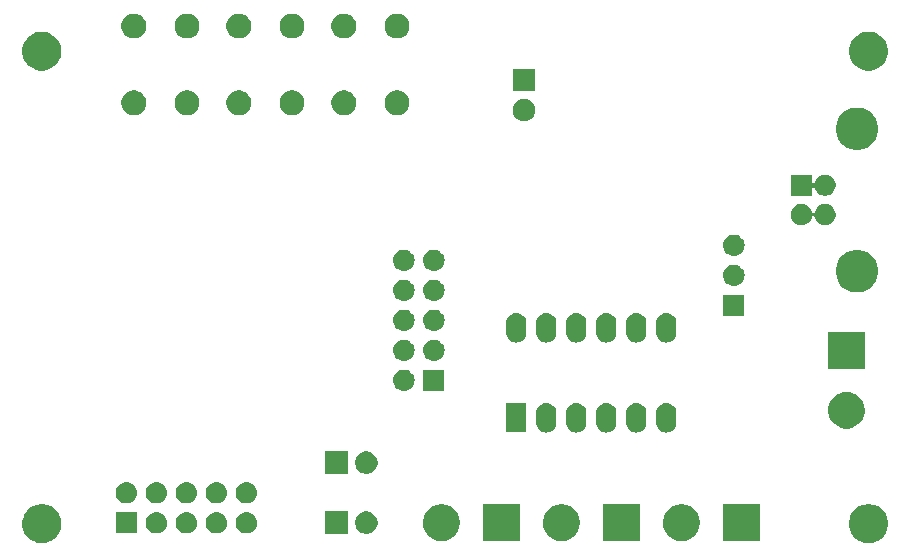
<source format=gbr>
G04 #@! TF.GenerationSoftware,KiCad,Pcbnew,(5.0.2)-1*
G04 #@! TF.CreationDate,2019-08-20T01:28:51+09:00*
G04 #@! TF.ProjectId,robocar-mainboard,726f626f-6361-4722-9d6d-61696e626f61,rev?*
G04 #@! TF.SameCoordinates,Original*
G04 #@! TF.FileFunction,Soldermask,Bot*
G04 #@! TF.FilePolarity,Negative*
%FSLAX46Y46*%
G04 Gerber Fmt 4.6, Leading zero omitted, Abs format (unit mm)*
G04 Created by KiCad (PCBNEW (5.0.2)-1) date 2019/08/20 1:28:51*
%MOMM*%
%LPD*%
G01*
G04 APERTURE LIST*
%ADD10C,0.100000*%
G04 APERTURE END LIST*
D10*
G36*
X191485256Y-125471298D02*
X191591579Y-125492447D01*
X191892042Y-125616903D01*
X192158852Y-125795180D01*
X192162454Y-125797587D01*
X192392413Y-126027546D01*
X192392415Y-126027549D01*
X192573097Y-126297958D01*
X192655548Y-126497011D01*
X192697553Y-126598422D01*
X192761000Y-126917389D01*
X192761000Y-127242611D01*
X192697553Y-127561578D01*
X192573098Y-127862040D01*
X192392413Y-128132454D01*
X192162454Y-128362413D01*
X192162451Y-128362415D01*
X191892042Y-128543097D01*
X191892041Y-128543098D01*
X191892040Y-128543098D01*
X191804037Y-128579550D01*
X191591579Y-128667553D01*
X191485256Y-128688702D01*
X191272611Y-128731000D01*
X190947389Y-128731000D01*
X190734744Y-128688702D01*
X190628421Y-128667553D01*
X190415963Y-128579550D01*
X190327960Y-128543098D01*
X190327959Y-128543098D01*
X190327958Y-128543097D01*
X190057549Y-128362415D01*
X190057546Y-128362413D01*
X189827587Y-128132454D01*
X189646902Y-127862040D01*
X189522447Y-127561578D01*
X189459000Y-127242611D01*
X189459000Y-126917389D01*
X189522447Y-126598422D01*
X189564453Y-126497011D01*
X189646903Y-126297958D01*
X189827585Y-126027549D01*
X189827587Y-126027546D01*
X190057546Y-125797587D01*
X190061148Y-125795180D01*
X190327958Y-125616903D01*
X190628421Y-125492447D01*
X190734744Y-125471298D01*
X190947389Y-125429000D01*
X191272611Y-125429000D01*
X191485256Y-125471298D01*
X191485256Y-125471298D01*
G37*
G36*
X121485256Y-125471298D02*
X121591579Y-125492447D01*
X121892042Y-125616903D01*
X122158852Y-125795180D01*
X122162454Y-125797587D01*
X122392413Y-126027546D01*
X122392415Y-126027549D01*
X122573097Y-126297958D01*
X122655548Y-126497011D01*
X122697553Y-126598422D01*
X122761000Y-126917389D01*
X122761000Y-127242611D01*
X122697553Y-127561578D01*
X122573098Y-127862040D01*
X122392413Y-128132454D01*
X122162454Y-128362413D01*
X122162451Y-128362415D01*
X121892042Y-128543097D01*
X121892041Y-128543098D01*
X121892040Y-128543098D01*
X121804037Y-128579550D01*
X121591579Y-128667553D01*
X121485256Y-128688702D01*
X121272611Y-128731000D01*
X120947389Y-128731000D01*
X120734744Y-128688702D01*
X120628421Y-128667553D01*
X120415963Y-128579550D01*
X120327960Y-128543098D01*
X120327959Y-128543098D01*
X120327958Y-128543097D01*
X120057549Y-128362415D01*
X120057546Y-128362413D01*
X119827587Y-128132454D01*
X119646902Y-127862040D01*
X119522447Y-127561578D01*
X119459000Y-127242611D01*
X119459000Y-126917389D01*
X119522447Y-126598422D01*
X119564453Y-126497011D01*
X119646903Y-126297958D01*
X119827585Y-126027549D01*
X119827587Y-126027546D01*
X120057546Y-125797587D01*
X120061148Y-125795180D01*
X120327958Y-125616903D01*
X120628421Y-125492447D01*
X120734744Y-125471298D01*
X120947389Y-125429000D01*
X121272611Y-125429000D01*
X121485256Y-125471298D01*
X121485256Y-125471298D01*
G37*
G36*
X175612527Y-125488736D02*
X175712410Y-125508604D01*
X175994674Y-125625521D01*
X176248705Y-125795259D01*
X176464741Y-126011295D01*
X176634479Y-126265326D01*
X176751396Y-126547590D01*
X176761507Y-126598421D01*
X176811000Y-126847238D01*
X176811000Y-127152762D01*
X176772470Y-127346466D01*
X176751396Y-127452410D01*
X176634479Y-127734674D01*
X176464741Y-127988705D01*
X176248705Y-128204741D01*
X175994674Y-128374479D01*
X175712410Y-128491396D01*
X175612527Y-128511264D01*
X175412762Y-128551000D01*
X175107238Y-128551000D01*
X174907473Y-128511264D01*
X174807590Y-128491396D01*
X174525326Y-128374479D01*
X174271295Y-128204741D01*
X174055259Y-127988705D01*
X173885521Y-127734674D01*
X173768604Y-127452410D01*
X173747530Y-127346466D01*
X173709000Y-127152762D01*
X173709000Y-126847238D01*
X173758493Y-126598421D01*
X173768604Y-126547590D01*
X173885521Y-126265326D01*
X174055259Y-126011295D01*
X174271295Y-125795259D01*
X174525326Y-125625521D01*
X174807590Y-125508604D01*
X174907473Y-125488736D01*
X175107238Y-125449000D01*
X175412762Y-125449000D01*
X175612527Y-125488736D01*
X175612527Y-125488736D01*
G37*
G36*
X181891000Y-128551000D02*
X178789000Y-128551000D01*
X178789000Y-125449000D01*
X181891000Y-125449000D01*
X181891000Y-128551000D01*
X181891000Y-128551000D01*
G37*
G36*
X165452527Y-125488736D02*
X165552410Y-125508604D01*
X165834674Y-125625521D01*
X166088705Y-125795259D01*
X166304741Y-126011295D01*
X166474479Y-126265326D01*
X166591396Y-126547590D01*
X166601507Y-126598421D01*
X166651000Y-126847238D01*
X166651000Y-127152762D01*
X166612470Y-127346466D01*
X166591396Y-127452410D01*
X166474479Y-127734674D01*
X166304741Y-127988705D01*
X166088705Y-128204741D01*
X165834674Y-128374479D01*
X165552410Y-128491396D01*
X165452527Y-128511264D01*
X165252762Y-128551000D01*
X164947238Y-128551000D01*
X164747473Y-128511264D01*
X164647590Y-128491396D01*
X164365326Y-128374479D01*
X164111295Y-128204741D01*
X163895259Y-127988705D01*
X163725521Y-127734674D01*
X163608604Y-127452410D01*
X163587530Y-127346466D01*
X163549000Y-127152762D01*
X163549000Y-126847238D01*
X163598493Y-126598421D01*
X163608604Y-126547590D01*
X163725521Y-126265326D01*
X163895259Y-126011295D01*
X164111295Y-125795259D01*
X164365326Y-125625521D01*
X164647590Y-125508604D01*
X164747473Y-125488736D01*
X164947238Y-125449000D01*
X165252762Y-125449000D01*
X165452527Y-125488736D01*
X165452527Y-125488736D01*
G37*
G36*
X155292527Y-125488736D02*
X155392410Y-125508604D01*
X155674674Y-125625521D01*
X155928705Y-125795259D01*
X156144741Y-126011295D01*
X156314479Y-126265326D01*
X156431396Y-126547590D01*
X156441507Y-126598421D01*
X156491000Y-126847238D01*
X156491000Y-127152762D01*
X156452470Y-127346466D01*
X156431396Y-127452410D01*
X156314479Y-127734674D01*
X156144741Y-127988705D01*
X155928705Y-128204741D01*
X155674674Y-128374479D01*
X155392410Y-128491396D01*
X155292527Y-128511264D01*
X155092762Y-128551000D01*
X154787238Y-128551000D01*
X154587473Y-128511264D01*
X154487590Y-128491396D01*
X154205326Y-128374479D01*
X153951295Y-128204741D01*
X153735259Y-127988705D01*
X153565521Y-127734674D01*
X153448604Y-127452410D01*
X153427530Y-127346466D01*
X153389000Y-127152762D01*
X153389000Y-126847238D01*
X153438493Y-126598421D01*
X153448604Y-126547590D01*
X153565521Y-126265326D01*
X153735259Y-126011295D01*
X153951295Y-125795259D01*
X154205326Y-125625521D01*
X154487590Y-125508604D01*
X154587473Y-125488736D01*
X154787238Y-125449000D01*
X155092762Y-125449000D01*
X155292527Y-125488736D01*
X155292527Y-125488736D01*
G37*
G36*
X161571000Y-128551000D02*
X158469000Y-128551000D01*
X158469000Y-125449000D01*
X161571000Y-125449000D01*
X161571000Y-128551000D01*
X161571000Y-128551000D01*
G37*
G36*
X171731000Y-128551000D02*
X168629000Y-128551000D01*
X168629000Y-125449000D01*
X171731000Y-125449000D01*
X171731000Y-128551000D01*
X171731000Y-128551000D01*
G37*
G36*
X148867396Y-126085546D02*
X149040466Y-126157234D01*
X149196230Y-126261312D01*
X149328688Y-126393770D01*
X149432766Y-126549534D01*
X149504454Y-126722604D01*
X149541000Y-126906333D01*
X149541000Y-127093667D01*
X149504454Y-127277396D01*
X149432766Y-127450466D01*
X149328688Y-127606230D01*
X149196230Y-127738688D01*
X149040466Y-127842766D01*
X148867396Y-127914454D01*
X148683667Y-127951000D01*
X148496333Y-127951000D01*
X148312604Y-127914454D01*
X148139534Y-127842766D01*
X147983770Y-127738688D01*
X147851312Y-127606230D01*
X147747234Y-127450466D01*
X147675546Y-127277396D01*
X147639000Y-127093667D01*
X147639000Y-126906333D01*
X147675546Y-126722604D01*
X147747234Y-126549534D01*
X147851312Y-126393770D01*
X147983770Y-126261312D01*
X148139534Y-126157234D01*
X148312604Y-126085546D01*
X148496333Y-126049000D01*
X148683667Y-126049000D01*
X148867396Y-126085546D01*
X148867396Y-126085546D01*
G37*
G36*
X147001000Y-127951000D02*
X145099000Y-127951000D01*
X145099000Y-126049000D01*
X147001000Y-126049000D01*
X147001000Y-127951000D01*
X147001000Y-127951000D01*
G37*
G36*
X136000443Y-126105519D02*
X136066627Y-126112037D01*
X136179853Y-126146384D01*
X136236467Y-126163557D01*
X136375087Y-126237652D01*
X136392991Y-126247222D01*
X136415053Y-126265328D01*
X136530186Y-126359814D01*
X136613448Y-126461271D01*
X136642778Y-126497009D01*
X136642779Y-126497011D01*
X136726443Y-126653533D01*
X136726443Y-126653534D01*
X136777963Y-126823373D01*
X136795359Y-127000000D01*
X136777963Y-127176627D01*
X136757947Y-127242611D01*
X136726443Y-127346467D01*
X136670853Y-127450467D01*
X136642778Y-127502991D01*
X136613448Y-127538729D01*
X136530186Y-127640186D01*
X136428729Y-127723448D01*
X136392991Y-127752778D01*
X136392989Y-127752779D01*
X136236467Y-127836443D01*
X136215622Y-127842766D01*
X136066627Y-127887963D01*
X136000442Y-127894482D01*
X135934260Y-127901000D01*
X135845740Y-127901000D01*
X135779558Y-127894482D01*
X135713373Y-127887963D01*
X135564378Y-127842766D01*
X135543533Y-127836443D01*
X135387011Y-127752779D01*
X135387009Y-127752778D01*
X135351271Y-127723448D01*
X135249814Y-127640186D01*
X135166552Y-127538729D01*
X135137222Y-127502991D01*
X135109147Y-127450467D01*
X135053557Y-127346467D01*
X135022053Y-127242611D01*
X135002037Y-127176627D01*
X134984641Y-127000000D01*
X135002037Y-126823373D01*
X135053557Y-126653534D01*
X135053557Y-126653533D01*
X135137221Y-126497011D01*
X135137222Y-126497009D01*
X135166552Y-126461271D01*
X135249814Y-126359814D01*
X135364947Y-126265328D01*
X135387009Y-126247222D01*
X135404913Y-126237652D01*
X135543533Y-126163557D01*
X135600147Y-126146384D01*
X135713373Y-126112037D01*
X135779557Y-126105519D01*
X135845740Y-126099000D01*
X135934260Y-126099000D01*
X136000443Y-126105519D01*
X136000443Y-126105519D01*
G37*
G36*
X133460443Y-126105519D02*
X133526627Y-126112037D01*
X133639853Y-126146384D01*
X133696467Y-126163557D01*
X133835087Y-126237652D01*
X133852991Y-126247222D01*
X133875053Y-126265328D01*
X133990186Y-126359814D01*
X134073448Y-126461271D01*
X134102778Y-126497009D01*
X134102779Y-126497011D01*
X134186443Y-126653533D01*
X134186443Y-126653534D01*
X134237963Y-126823373D01*
X134255359Y-127000000D01*
X134237963Y-127176627D01*
X134217947Y-127242611D01*
X134186443Y-127346467D01*
X134130853Y-127450467D01*
X134102778Y-127502991D01*
X134073448Y-127538729D01*
X133990186Y-127640186D01*
X133888729Y-127723448D01*
X133852991Y-127752778D01*
X133852989Y-127752779D01*
X133696467Y-127836443D01*
X133675622Y-127842766D01*
X133526627Y-127887963D01*
X133460442Y-127894482D01*
X133394260Y-127901000D01*
X133305740Y-127901000D01*
X133239558Y-127894482D01*
X133173373Y-127887963D01*
X133024378Y-127842766D01*
X133003533Y-127836443D01*
X132847011Y-127752779D01*
X132847009Y-127752778D01*
X132811271Y-127723448D01*
X132709814Y-127640186D01*
X132626552Y-127538729D01*
X132597222Y-127502991D01*
X132569147Y-127450467D01*
X132513557Y-127346467D01*
X132482053Y-127242611D01*
X132462037Y-127176627D01*
X132444641Y-127000000D01*
X132462037Y-126823373D01*
X132513557Y-126653534D01*
X132513557Y-126653533D01*
X132597221Y-126497011D01*
X132597222Y-126497009D01*
X132626552Y-126461271D01*
X132709814Y-126359814D01*
X132824947Y-126265328D01*
X132847009Y-126247222D01*
X132864913Y-126237652D01*
X133003533Y-126163557D01*
X133060147Y-126146384D01*
X133173373Y-126112037D01*
X133239557Y-126105519D01*
X133305740Y-126099000D01*
X133394260Y-126099000D01*
X133460443Y-126105519D01*
X133460443Y-126105519D01*
G37*
G36*
X129171000Y-127901000D02*
X127369000Y-127901000D01*
X127369000Y-126099000D01*
X129171000Y-126099000D01*
X129171000Y-127901000D01*
X129171000Y-127901000D01*
G37*
G36*
X130920443Y-126105519D02*
X130986627Y-126112037D01*
X131099853Y-126146384D01*
X131156467Y-126163557D01*
X131295087Y-126237652D01*
X131312991Y-126247222D01*
X131335053Y-126265328D01*
X131450186Y-126359814D01*
X131533448Y-126461271D01*
X131562778Y-126497009D01*
X131562779Y-126497011D01*
X131646443Y-126653533D01*
X131646443Y-126653534D01*
X131697963Y-126823373D01*
X131715359Y-127000000D01*
X131697963Y-127176627D01*
X131677947Y-127242611D01*
X131646443Y-127346467D01*
X131590853Y-127450467D01*
X131562778Y-127502991D01*
X131533448Y-127538729D01*
X131450186Y-127640186D01*
X131348729Y-127723448D01*
X131312991Y-127752778D01*
X131312989Y-127752779D01*
X131156467Y-127836443D01*
X131135622Y-127842766D01*
X130986627Y-127887963D01*
X130920442Y-127894482D01*
X130854260Y-127901000D01*
X130765740Y-127901000D01*
X130699558Y-127894482D01*
X130633373Y-127887963D01*
X130484378Y-127842766D01*
X130463533Y-127836443D01*
X130307011Y-127752779D01*
X130307009Y-127752778D01*
X130271271Y-127723448D01*
X130169814Y-127640186D01*
X130086552Y-127538729D01*
X130057222Y-127502991D01*
X130029147Y-127450467D01*
X129973557Y-127346467D01*
X129942053Y-127242611D01*
X129922037Y-127176627D01*
X129904641Y-127000000D01*
X129922037Y-126823373D01*
X129973557Y-126653534D01*
X129973557Y-126653533D01*
X130057221Y-126497011D01*
X130057222Y-126497009D01*
X130086552Y-126461271D01*
X130169814Y-126359814D01*
X130284947Y-126265328D01*
X130307009Y-126247222D01*
X130324913Y-126237652D01*
X130463533Y-126163557D01*
X130520147Y-126146384D01*
X130633373Y-126112037D01*
X130699557Y-126105519D01*
X130765740Y-126099000D01*
X130854260Y-126099000D01*
X130920443Y-126105519D01*
X130920443Y-126105519D01*
G37*
G36*
X138540443Y-126105519D02*
X138606627Y-126112037D01*
X138719853Y-126146384D01*
X138776467Y-126163557D01*
X138915087Y-126237652D01*
X138932991Y-126247222D01*
X138955053Y-126265328D01*
X139070186Y-126359814D01*
X139153448Y-126461271D01*
X139182778Y-126497009D01*
X139182779Y-126497011D01*
X139266443Y-126653533D01*
X139266443Y-126653534D01*
X139317963Y-126823373D01*
X139335359Y-127000000D01*
X139317963Y-127176627D01*
X139297947Y-127242611D01*
X139266443Y-127346467D01*
X139210853Y-127450467D01*
X139182778Y-127502991D01*
X139153448Y-127538729D01*
X139070186Y-127640186D01*
X138968729Y-127723448D01*
X138932991Y-127752778D01*
X138932989Y-127752779D01*
X138776467Y-127836443D01*
X138755622Y-127842766D01*
X138606627Y-127887963D01*
X138540442Y-127894482D01*
X138474260Y-127901000D01*
X138385740Y-127901000D01*
X138319558Y-127894482D01*
X138253373Y-127887963D01*
X138104378Y-127842766D01*
X138083533Y-127836443D01*
X137927011Y-127752779D01*
X137927009Y-127752778D01*
X137891271Y-127723448D01*
X137789814Y-127640186D01*
X137706552Y-127538729D01*
X137677222Y-127502991D01*
X137649147Y-127450467D01*
X137593557Y-127346467D01*
X137562053Y-127242611D01*
X137542037Y-127176627D01*
X137524641Y-127000000D01*
X137542037Y-126823373D01*
X137593557Y-126653534D01*
X137593557Y-126653533D01*
X137677221Y-126497011D01*
X137677222Y-126497009D01*
X137706552Y-126461271D01*
X137789814Y-126359814D01*
X137904947Y-126265328D01*
X137927009Y-126247222D01*
X137944913Y-126237652D01*
X138083533Y-126163557D01*
X138140147Y-126146384D01*
X138253373Y-126112037D01*
X138319557Y-126105519D01*
X138385740Y-126099000D01*
X138474260Y-126099000D01*
X138540443Y-126105519D01*
X138540443Y-126105519D01*
G37*
G36*
X128380442Y-123565518D02*
X128446627Y-123572037D01*
X128559853Y-123606384D01*
X128616467Y-123623557D01*
X128755087Y-123697652D01*
X128772991Y-123707222D01*
X128808729Y-123736552D01*
X128910186Y-123819814D01*
X128993448Y-123921271D01*
X129022778Y-123957009D01*
X129022779Y-123957011D01*
X129106443Y-124113533D01*
X129106443Y-124113534D01*
X129157963Y-124283373D01*
X129175359Y-124460000D01*
X129157963Y-124636627D01*
X129123616Y-124749853D01*
X129106443Y-124806467D01*
X129032348Y-124945087D01*
X129022778Y-124962991D01*
X128993448Y-124998729D01*
X128910186Y-125100186D01*
X128808729Y-125183448D01*
X128772991Y-125212778D01*
X128772989Y-125212779D01*
X128616467Y-125296443D01*
X128559853Y-125313616D01*
X128446627Y-125347963D01*
X128380442Y-125354482D01*
X128314260Y-125361000D01*
X128225740Y-125361000D01*
X128159558Y-125354482D01*
X128093373Y-125347963D01*
X127980147Y-125313616D01*
X127923533Y-125296443D01*
X127767011Y-125212779D01*
X127767009Y-125212778D01*
X127731271Y-125183448D01*
X127629814Y-125100186D01*
X127546552Y-124998729D01*
X127517222Y-124962991D01*
X127507652Y-124945087D01*
X127433557Y-124806467D01*
X127416384Y-124749853D01*
X127382037Y-124636627D01*
X127364641Y-124460000D01*
X127382037Y-124283373D01*
X127433557Y-124113534D01*
X127433557Y-124113533D01*
X127517221Y-123957011D01*
X127517222Y-123957009D01*
X127546552Y-123921271D01*
X127629814Y-123819814D01*
X127731271Y-123736552D01*
X127767009Y-123707222D01*
X127784913Y-123697652D01*
X127923533Y-123623557D01*
X127980147Y-123606384D01*
X128093373Y-123572037D01*
X128159558Y-123565518D01*
X128225740Y-123559000D01*
X128314260Y-123559000D01*
X128380442Y-123565518D01*
X128380442Y-123565518D01*
G37*
G36*
X133460442Y-123565518D02*
X133526627Y-123572037D01*
X133639853Y-123606384D01*
X133696467Y-123623557D01*
X133835087Y-123697652D01*
X133852991Y-123707222D01*
X133888729Y-123736552D01*
X133990186Y-123819814D01*
X134073448Y-123921271D01*
X134102778Y-123957009D01*
X134102779Y-123957011D01*
X134186443Y-124113533D01*
X134186443Y-124113534D01*
X134237963Y-124283373D01*
X134255359Y-124460000D01*
X134237963Y-124636627D01*
X134203616Y-124749853D01*
X134186443Y-124806467D01*
X134112348Y-124945087D01*
X134102778Y-124962991D01*
X134073448Y-124998729D01*
X133990186Y-125100186D01*
X133888729Y-125183448D01*
X133852991Y-125212778D01*
X133852989Y-125212779D01*
X133696467Y-125296443D01*
X133639853Y-125313616D01*
X133526627Y-125347963D01*
X133460442Y-125354482D01*
X133394260Y-125361000D01*
X133305740Y-125361000D01*
X133239558Y-125354482D01*
X133173373Y-125347963D01*
X133060147Y-125313616D01*
X133003533Y-125296443D01*
X132847011Y-125212779D01*
X132847009Y-125212778D01*
X132811271Y-125183448D01*
X132709814Y-125100186D01*
X132626552Y-124998729D01*
X132597222Y-124962991D01*
X132587652Y-124945087D01*
X132513557Y-124806467D01*
X132496384Y-124749853D01*
X132462037Y-124636627D01*
X132444641Y-124460000D01*
X132462037Y-124283373D01*
X132513557Y-124113534D01*
X132513557Y-124113533D01*
X132597221Y-123957011D01*
X132597222Y-123957009D01*
X132626552Y-123921271D01*
X132709814Y-123819814D01*
X132811271Y-123736552D01*
X132847009Y-123707222D01*
X132864913Y-123697652D01*
X133003533Y-123623557D01*
X133060147Y-123606384D01*
X133173373Y-123572037D01*
X133239558Y-123565518D01*
X133305740Y-123559000D01*
X133394260Y-123559000D01*
X133460442Y-123565518D01*
X133460442Y-123565518D01*
G37*
G36*
X130920442Y-123565518D02*
X130986627Y-123572037D01*
X131099853Y-123606384D01*
X131156467Y-123623557D01*
X131295087Y-123697652D01*
X131312991Y-123707222D01*
X131348729Y-123736552D01*
X131450186Y-123819814D01*
X131533448Y-123921271D01*
X131562778Y-123957009D01*
X131562779Y-123957011D01*
X131646443Y-124113533D01*
X131646443Y-124113534D01*
X131697963Y-124283373D01*
X131715359Y-124460000D01*
X131697963Y-124636627D01*
X131663616Y-124749853D01*
X131646443Y-124806467D01*
X131572348Y-124945087D01*
X131562778Y-124962991D01*
X131533448Y-124998729D01*
X131450186Y-125100186D01*
X131348729Y-125183448D01*
X131312991Y-125212778D01*
X131312989Y-125212779D01*
X131156467Y-125296443D01*
X131099853Y-125313616D01*
X130986627Y-125347963D01*
X130920442Y-125354482D01*
X130854260Y-125361000D01*
X130765740Y-125361000D01*
X130699558Y-125354482D01*
X130633373Y-125347963D01*
X130520147Y-125313616D01*
X130463533Y-125296443D01*
X130307011Y-125212779D01*
X130307009Y-125212778D01*
X130271271Y-125183448D01*
X130169814Y-125100186D01*
X130086552Y-124998729D01*
X130057222Y-124962991D01*
X130047652Y-124945087D01*
X129973557Y-124806467D01*
X129956384Y-124749853D01*
X129922037Y-124636627D01*
X129904641Y-124460000D01*
X129922037Y-124283373D01*
X129973557Y-124113534D01*
X129973557Y-124113533D01*
X130057221Y-123957011D01*
X130057222Y-123957009D01*
X130086552Y-123921271D01*
X130169814Y-123819814D01*
X130271271Y-123736552D01*
X130307009Y-123707222D01*
X130324913Y-123697652D01*
X130463533Y-123623557D01*
X130520147Y-123606384D01*
X130633373Y-123572037D01*
X130699558Y-123565518D01*
X130765740Y-123559000D01*
X130854260Y-123559000D01*
X130920442Y-123565518D01*
X130920442Y-123565518D01*
G37*
G36*
X138540442Y-123565518D02*
X138606627Y-123572037D01*
X138719853Y-123606384D01*
X138776467Y-123623557D01*
X138915087Y-123697652D01*
X138932991Y-123707222D01*
X138968729Y-123736552D01*
X139070186Y-123819814D01*
X139153448Y-123921271D01*
X139182778Y-123957009D01*
X139182779Y-123957011D01*
X139266443Y-124113533D01*
X139266443Y-124113534D01*
X139317963Y-124283373D01*
X139335359Y-124460000D01*
X139317963Y-124636627D01*
X139283616Y-124749853D01*
X139266443Y-124806467D01*
X139192348Y-124945087D01*
X139182778Y-124962991D01*
X139153448Y-124998729D01*
X139070186Y-125100186D01*
X138968729Y-125183448D01*
X138932991Y-125212778D01*
X138932989Y-125212779D01*
X138776467Y-125296443D01*
X138719853Y-125313616D01*
X138606627Y-125347963D01*
X138540442Y-125354482D01*
X138474260Y-125361000D01*
X138385740Y-125361000D01*
X138319558Y-125354482D01*
X138253373Y-125347963D01*
X138140147Y-125313616D01*
X138083533Y-125296443D01*
X137927011Y-125212779D01*
X137927009Y-125212778D01*
X137891271Y-125183448D01*
X137789814Y-125100186D01*
X137706552Y-124998729D01*
X137677222Y-124962991D01*
X137667652Y-124945087D01*
X137593557Y-124806467D01*
X137576384Y-124749853D01*
X137542037Y-124636627D01*
X137524641Y-124460000D01*
X137542037Y-124283373D01*
X137593557Y-124113534D01*
X137593557Y-124113533D01*
X137677221Y-123957011D01*
X137677222Y-123957009D01*
X137706552Y-123921271D01*
X137789814Y-123819814D01*
X137891271Y-123736552D01*
X137927009Y-123707222D01*
X137944913Y-123697652D01*
X138083533Y-123623557D01*
X138140147Y-123606384D01*
X138253373Y-123572037D01*
X138319558Y-123565518D01*
X138385740Y-123559000D01*
X138474260Y-123559000D01*
X138540442Y-123565518D01*
X138540442Y-123565518D01*
G37*
G36*
X136000442Y-123565518D02*
X136066627Y-123572037D01*
X136179853Y-123606384D01*
X136236467Y-123623557D01*
X136375087Y-123697652D01*
X136392991Y-123707222D01*
X136428729Y-123736552D01*
X136530186Y-123819814D01*
X136613448Y-123921271D01*
X136642778Y-123957009D01*
X136642779Y-123957011D01*
X136726443Y-124113533D01*
X136726443Y-124113534D01*
X136777963Y-124283373D01*
X136795359Y-124460000D01*
X136777963Y-124636627D01*
X136743616Y-124749853D01*
X136726443Y-124806467D01*
X136652348Y-124945087D01*
X136642778Y-124962991D01*
X136613448Y-124998729D01*
X136530186Y-125100186D01*
X136428729Y-125183448D01*
X136392991Y-125212778D01*
X136392989Y-125212779D01*
X136236467Y-125296443D01*
X136179853Y-125313616D01*
X136066627Y-125347963D01*
X136000442Y-125354482D01*
X135934260Y-125361000D01*
X135845740Y-125361000D01*
X135779558Y-125354482D01*
X135713373Y-125347963D01*
X135600147Y-125313616D01*
X135543533Y-125296443D01*
X135387011Y-125212779D01*
X135387009Y-125212778D01*
X135351271Y-125183448D01*
X135249814Y-125100186D01*
X135166552Y-124998729D01*
X135137222Y-124962991D01*
X135127652Y-124945087D01*
X135053557Y-124806467D01*
X135036384Y-124749853D01*
X135002037Y-124636627D01*
X134984641Y-124460000D01*
X135002037Y-124283373D01*
X135053557Y-124113534D01*
X135053557Y-124113533D01*
X135137221Y-123957011D01*
X135137222Y-123957009D01*
X135166552Y-123921271D01*
X135249814Y-123819814D01*
X135351271Y-123736552D01*
X135387009Y-123707222D01*
X135404913Y-123697652D01*
X135543533Y-123623557D01*
X135600147Y-123606384D01*
X135713373Y-123572037D01*
X135779558Y-123565518D01*
X135845740Y-123559000D01*
X135934260Y-123559000D01*
X136000442Y-123565518D01*
X136000442Y-123565518D01*
G37*
G36*
X147001000Y-122871000D02*
X145099000Y-122871000D01*
X145099000Y-120969000D01*
X147001000Y-120969000D01*
X147001000Y-122871000D01*
X147001000Y-122871000D01*
G37*
G36*
X148867396Y-121005546D02*
X149040466Y-121077234D01*
X149196230Y-121181312D01*
X149328688Y-121313770D01*
X149432766Y-121469534D01*
X149504454Y-121642604D01*
X149541000Y-121826333D01*
X149541000Y-122013667D01*
X149504454Y-122197396D01*
X149432766Y-122370466D01*
X149328688Y-122526230D01*
X149196230Y-122658688D01*
X149040466Y-122762766D01*
X148867396Y-122834454D01*
X148683667Y-122871000D01*
X148496333Y-122871000D01*
X148312604Y-122834454D01*
X148139534Y-122762766D01*
X147983770Y-122658688D01*
X147851312Y-122526230D01*
X147747234Y-122370466D01*
X147675546Y-122197396D01*
X147639000Y-122013667D01*
X147639000Y-121826333D01*
X147675546Y-121642604D01*
X147747234Y-121469534D01*
X147851312Y-121313770D01*
X147983770Y-121181312D01*
X148139534Y-121077234D01*
X148312604Y-121005546D01*
X148496333Y-120969000D01*
X148683667Y-120969000D01*
X148867396Y-121005546D01*
X148867396Y-121005546D01*
G37*
G36*
X174156820Y-116871313D02*
X174156823Y-116871314D01*
X174156824Y-116871314D01*
X174317238Y-116919975D01*
X174317240Y-116919976D01*
X174317243Y-116919977D01*
X174465078Y-116998995D01*
X174594659Y-117105341D01*
X174701005Y-117234922D01*
X174780023Y-117382756D01*
X174828687Y-117543179D01*
X174841000Y-117668196D01*
X174841000Y-118551803D01*
X174828687Y-118676820D01*
X174828686Y-118676822D01*
X174828686Y-118676825D01*
X174827802Y-118679738D01*
X174780023Y-118837244D01*
X174701005Y-118985078D01*
X174594659Y-119114659D01*
X174465078Y-119221005D01*
X174317244Y-119300023D01*
X174317241Y-119300024D01*
X174317239Y-119300025D01*
X174156825Y-119348686D01*
X174156824Y-119348686D01*
X174156821Y-119348687D01*
X173990000Y-119365117D01*
X173823180Y-119348687D01*
X173823177Y-119348686D01*
X173823176Y-119348686D01*
X173662762Y-119300025D01*
X173662760Y-119300024D01*
X173662757Y-119300023D01*
X173514923Y-119221005D01*
X173385342Y-119114659D01*
X173278996Y-118985078D01*
X173199978Y-118837244D01*
X173151314Y-118676821D01*
X173139000Y-118551803D01*
X173139000Y-117668197D01*
X173151313Y-117543180D01*
X173151314Y-117543176D01*
X173199975Y-117382762D01*
X173199976Y-117382760D01*
X173199977Y-117382757D01*
X173278995Y-117234922D01*
X173385341Y-117105341D01*
X173514922Y-116998995D01*
X173662756Y-116919977D01*
X173662759Y-116919976D01*
X173662761Y-116919975D01*
X173823175Y-116871314D01*
X173823176Y-116871314D01*
X173823179Y-116871313D01*
X173990000Y-116854883D01*
X174156820Y-116871313D01*
X174156820Y-116871313D01*
G37*
G36*
X171616820Y-116871313D02*
X171616823Y-116871314D01*
X171616824Y-116871314D01*
X171777238Y-116919975D01*
X171777240Y-116919976D01*
X171777243Y-116919977D01*
X171925078Y-116998995D01*
X172054659Y-117105341D01*
X172161005Y-117234922D01*
X172240023Y-117382756D01*
X172288687Y-117543179D01*
X172301000Y-117668196D01*
X172301000Y-118551803D01*
X172288687Y-118676820D01*
X172288686Y-118676822D01*
X172288686Y-118676825D01*
X172287802Y-118679738D01*
X172240023Y-118837244D01*
X172161005Y-118985078D01*
X172054659Y-119114659D01*
X171925078Y-119221005D01*
X171777244Y-119300023D01*
X171777241Y-119300024D01*
X171777239Y-119300025D01*
X171616825Y-119348686D01*
X171616824Y-119348686D01*
X171616821Y-119348687D01*
X171450000Y-119365117D01*
X171283180Y-119348687D01*
X171283177Y-119348686D01*
X171283176Y-119348686D01*
X171122762Y-119300025D01*
X171122760Y-119300024D01*
X171122757Y-119300023D01*
X170974923Y-119221005D01*
X170845342Y-119114659D01*
X170738996Y-118985078D01*
X170659978Y-118837244D01*
X170611314Y-118676821D01*
X170599000Y-118551803D01*
X170599000Y-117668197D01*
X170611313Y-117543180D01*
X170611314Y-117543176D01*
X170659975Y-117382762D01*
X170659976Y-117382760D01*
X170659977Y-117382757D01*
X170738995Y-117234922D01*
X170845341Y-117105341D01*
X170974922Y-116998995D01*
X171122756Y-116919977D01*
X171122759Y-116919976D01*
X171122761Y-116919975D01*
X171283175Y-116871314D01*
X171283176Y-116871314D01*
X171283179Y-116871313D01*
X171450000Y-116854883D01*
X171616820Y-116871313D01*
X171616820Y-116871313D01*
G37*
G36*
X169076820Y-116871313D02*
X169076823Y-116871314D01*
X169076824Y-116871314D01*
X169237238Y-116919975D01*
X169237240Y-116919976D01*
X169237243Y-116919977D01*
X169385078Y-116998995D01*
X169514659Y-117105341D01*
X169621005Y-117234922D01*
X169700023Y-117382756D01*
X169748687Y-117543179D01*
X169761000Y-117668196D01*
X169761000Y-118551803D01*
X169748687Y-118676820D01*
X169748686Y-118676822D01*
X169748686Y-118676825D01*
X169747802Y-118679738D01*
X169700023Y-118837244D01*
X169621005Y-118985078D01*
X169514659Y-119114659D01*
X169385078Y-119221005D01*
X169237244Y-119300023D01*
X169237241Y-119300024D01*
X169237239Y-119300025D01*
X169076825Y-119348686D01*
X169076824Y-119348686D01*
X169076821Y-119348687D01*
X168910000Y-119365117D01*
X168743180Y-119348687D01*
X168743177Y-119348686D01*
X168743176Y-119348686D01*
X168582762Y-119300025D01*
X168582760Y-119300024D01*
X168582757Y-119300023D01*
X168434923Y-119221005D01*
X168305342Y-119114659D01*
X168198996Y-118985078D01*
X168119978Y-118837244D01*
X168071314Y-118676821D01*
X168059000Y-118551803D01*
X168059000Y-117668197D01*
X168071313Y-117543180D01*
X168071314Y-117543176D01*
X168119975Y-117382762D01*
X168119976Y-117382760D01*
X168119977Y-117382757D01*
X168198995Y-117234922D01*
X168305341Y-117105341D01*
X168434922Y-116998995D01*
X168582756Y-116919977D01*
X168582759Y-116919976D01*
X168582761Y-116919975D01*
X168743175Y-116871314D01*
X168743176Y-116871314D01*
X168743179Y-116871313D01*
X168910000Y-116854883D01*
X169076820Y-116871313D01*
X169076820Y-116871313D01*
G37*
G36*
X166536820Y-116871313D02*
X166536823Y-116871314D01*
X166536824Y-116871314D01*
X166697238Y-116919975D01*
X166697240Y-116919976D01*
X166697243Y-116919977D01*
X166845078Y-116998995D01*
X166974659Y-117105341D01*
X167081005Y-117234922D01*
X167160023Y-117382756D01*
X167208687Y-117543179D01*
X167221000Y-117668196D01*
X167221000Y-118551803D01*
X167208687Y-118676820D01*
X167208686Y-118676822D01*
X167208686Y-118676825D01*
X167207802Y-118679738D01*
X167160023Y-118837244D01*
X167081005Y-118985078D01*
X166974659Y-119114659D01*
X166845078Y-119221005D01*
X166697244Y-119300023D01*
X166697241Y-119300024D01*
X166697239Y-119300025D01*
X166536825Y-119348686D01*
X166536824Y-119348686D01*
X166536821Y-119348687D01*
X166370000Y-119365117D01*
X166203180Y-119348687D01*
X166203177Y-119348686D01*
X166203176Y-119348686D01*
X166042762Y-119300025D01*
X166042760Y-119300024D01*
X166042757Y-119300023D01*
X165894923Y-119221005D01*
X165765342Y-119114659D01*
X165658996Y-118985078D01*
X165579978Y-118837244D01*
X165531314Y-118676821D01*
X165519000Y-118551803D01*
X165519000Y-117668197D01*
X165531313Y-117543180D01*
X165531314Y-117543176D01*
X165579975Y-117382762D01*
X165579976Y-117382760D01*
X165579977Y-117382757D01*
X165658995Y-117234922D01*
X165765341Y-117105341D01*
X165894922Y-116998995D01*
X166042756Y-116919977D01*
X166042759Y-116919976D01*
X166042761Y-116919975D01*
X166203175Y-116871314D01*
X166203176Y-116871314D01*
X166203179Y-116871313D01*
X166370000Y-116854883D01*
X166536820Y-116871313D01*
X166536820Y-116871313D01*
G37*
G36*
X163996820Y-116871313D02*
X163996823Y-116871314D01*
X163996824Y-116871314D01*
X164157238Y-116919975D01*
X164157240Y-116919976D01*
X164157243Y-116919977D01*
X164305078Y-116998995D01*
X164434659Y-117105341D01*
X164541005Y-117234922D01*
X164620023Y-117382756D01*
X164668687Y-117543179D01*
X164681000Y-117668196D01*
X164681000Y-118551803D01*
X164668687Y-118676820D01*
X164668686Y-118676822D01*
X164668686Y-118676825D01*
X164667802Y-118679738D01*
X164620023Y-118837244D01*
X164541005Y-118985078D01*
X164434659Y-119114659D01*
X164305078Y-119221005D01*
X164157244Y-119300023D01*
X164157241Y-119300024D01*
X164157239Y-119300025D01*
X163996825Y-119348686D01*
X163996824Y-119348686D01*
X163996821Y-119348687D01*
X163830000Y-119365117D01*
X163663180Y-119348687D01*
X163663177Y-119348686D01*
X163663176Y-119348686D01*
X163502762Y-119300025D01*
X163502760Y-119300024D01*
X163502757Y-119300023D01*
X163354923Y-119221005D01*
X163225342Y-119114659D01*
X163118996Y-118985078D01*
X163039978Y-118837244D01*
X162991314Y-118676821D01*
X162979000Y-118551803D01*
X162979000Y-117668197D01*
X162991313Y-117543180D01*
X162991314Y-117543176D01*
X163039975Y-117382762D01*
X163039976Y-117382760D01*
X163039977Y-117382757D01*
X163118995Y-117234922D01*
X163225341Y-117105341D01*
X163354922Y-116998995D01*
X163502756Y-116919977D01*
X163502759Y-116919976D01*
X163502761Y-116919975D01*
X163663175Y-116871314D01*
X163663176Y-116871314D01*
X163663179Y-116871313D01*
X163830000Y-116854883D01*
X163996820Y-116871313D01*
X163996820Y-116871313D01*
G37*
G36*
X162141000Y-119361000D02*
X160439000Y-119361000D01*
X160439000Y-116859000D01*
X162141000Y-116859000D01*
X162141000Y-119361000D01*
X162141000Y-119361000D01*
G37*
G36*
X189582527Y-115963736D02*
X189682410Y-115983604D01*
X189964674Y-116100521D01*
X190218705Y-116270259D01*
X190434741Y-116486295D01*
X190604479Y-116740326D01*
X190711623Y-116998996D01*
X190721396Y-117022591D01*
X190763632Y-117234922D01*
X190781000Y-117322240D01*
X190781000Y-117627760D01*
X190721396Y-117927410D01*
X190604479Y-118209674D01*
X190434741Y-118463705D01*
X190218705Y-118679741D01*
X189964674Y-118849479D01*
X189682410Y-118966396D01*
X189588489Y-118985078D01*
X189382762Y-119026000D01*
X189077238Y-119026000D01*
X188871511Y-118985078D01*
X188777590Y-118966396D01*
X188495326Y-118849479D01*
X188241295Y-118679741D01*
X188025259Y-118463705D01*
X187855521Y-118209674D01*
X187738604Y-117927410D01*
X187679000Y-117627760D01*
X187679000Y-117322240D01*
X187696369Y-117234922D01*
X187738604Y-117022591D01*
X187748377Y-116998996D01*
X187855521Y-116740326D01*
X188025259Y-116486295D01*
X188241295Y-116270259D01*
X188495326Y-116100521D01*
X188777590Y-115983604D01*
X188877473Y-115963736D01*
X189077238Y-115924000D01*
X189382762Y-115924000D01*
X189582527Y-115963736D01*
X189582527Y-115963736D01*
G37*
G36*
X155206000Y-115836000D02*
X153404000Y-115836000D01*
X153404000Y-114034000D01*
X155206000Y-114034000D01*
X155206000Y-115836000D01*
X155206000Y-115836000D01*
G37*
G36*
X151875442Y-114040518D02*
X151941627Y-114047037D01*
X152054853Y-114081384D01*
X152111467Y-114098557D01*
X152250087Y-114172652D01*
X152267991Y-114182222D01*
X152303729Y-114211552D01*
X152405186Y-114294814D01*
X152488448Y-114396271D01*
X152517778Y-114432009D01*
X152517779Y-114432011D01*
X152601443Y-114588533D01*
X152601443Y-114588534D01*
X152652963Y-114758373D01*
X152670359Y-114935000D01*
X152652963Y-115111627D01*
X152618616Y-115224853D01*
X152601443Y-115281467D01*
X152527348Y-115420087D01*
X152517778Y-115437991D01*
X152488448Y-115473729D01*
X152405186Y-115575186D01*
X152303729Y-115658448D01*
X152267991Y-115687778D01*
X152267989Y-115687779D01*
X152111467Y-115771443D01*
X152054853Y-115788616D01*
X151941627Y-115822963D01*
X151875443Y-115829481D01*
X151809260Y-115836000D01*
X151720740Y-115836000D01*
X151654557Y-115829481D01*
X151588373Y-115822963D01*
X151475147Y-115788616D01*
X151418533Y-115771443D01*
X151262011Y-115687779D01*
X151262009Y-115687778D01*
X151226271Y-115658448D01*
X151124814Y-115575186D01*
X151041552Y-115473729D01*
X151012222Y-115437991D01*
X151002652Y-115420087D01*
X150928557Y-115281467D01*
X150911384Y-115224853D01*
X150877037Y-115111627D01*
X150859641Y-114935000D01*
X150877037Y-114758373D01*
X150928557Y-114588534D01*
X150928557Y-114588533D01*
X151012221Y-114432011D01*
X151012222Y-114432009D01*
X151041552Y-114396271D01*
X151124814Y-114294814D01*
X151226271Y-114211552D01*
X151262009Y-114182222D01*
X151279913Y-114172652D01*
X151418533Y-114098557D01*
X151475147Y-114081384D01*
X151588373Y-114047037D01*
X151654558Y-114040518D01*
X151720740Y-114034000D01*
X151809260Y-114034000D01*
X151875442Y-114040518D01*
X151875442Y-114040518D01*
G37*
G36*
X190781000Y-113946000D02*
X187679000Y-113946000D01*
X187679000Y-110844000D01*
X190781000Y-110844000D01*
X190781000Y-113946000D01*
X190781000Y-113946000D01*
G37*
G36*
X154415443Y-111500519D02*
X154481627Y-111507037D01*
X154594853Y-111541384D01*
X154651467Y-111558557D01*
X154730880Y-111601005D01*
X154807991Y-111642222D01*
X154843729Y-111671552D01*
X154945186Y-111754814D01*
X155028448Y-111856271D01*
X155057778Y-111892009D01*
X155057779Y-111892011D01*
X155141443Y-112048533D01*
X155141443Y-112048534D01*
X155192963Y-112218373D01*
X155210359Y-112395000D01*
X155192963Y-112571627D01*
X155158616Y-112684853D01*
X155141443Y-112741467D01*
X155067348Y-112880087D01*
X155057778Y-112897991D01*
X155028448Y-112933729D01*
X154945186Y-113035186D01*
X154843729Y-113118448D01*
X154807991Y-113147778D01*
X154807989Y-113147779D01*
X154651467Y-113231443D01*
X154594853Y-113248616D01*
X154481627Y-113282963D01*
X154415443Y-113289481D01*
X154349260Y-113296000D01*
X154260740Y-113296000D01*
X154194557Y-113289481D01*
X154128373Y-113282963D01*
X154015147Y-113248616D01*
X153958533Y-113231443D01*
X153802011Y-113147779D01*
X153802009Y-113147778D01*
X153766271Y-113118448D01*
X153664814Y-113035186D01*
X153581552Y-112933729D01*
X153552222Y-112897991D01*
X153542652Y-112880087D01*
X153468557Y-112741467D01*
X153451384Y-112684853D01*
X153417037Y-112571627D01*
X153399641Y-112395000D01*
X153417037Y-112218373D01*
X153468557Y-112048534D01*
X153468557Y-112048533D01*
X153552221Y-111892011D01*
X153552222Y-111892009D01*
X153581552Y-111856271D01*
X153664814Y-111754814D01*
X153766271Y-111671552D01*
X153802009Y-111642222D01*
X153879120Y-111601005D01*
X153958533Y-111558557D01*
X154015147Y-111541384D01*
X154128373Y-111507037D01*
X154194557Y-111500519D01*
X154260740Y-111494000D01*
X154349260Y-111494000D01*
X154415443Y-111500519D01*
X154415443Y-111500519D01*
G37*
G36*
X151875443Y-111500519D02*
X151941627Y-111507037D01*
X152054853Y-111541384D01*
X152111467Y-111558557D01*
X152190880Y-111601005D01*
X152267991Y-111642222D01*
X152303729Y-111671552D01*
X152405186Y-111754814D01*
X152488448Y-111856271D01*
X152517778Y-111892009D01*
X152517779Y-111892011D01*
X152601443Y-112048533D01*
X152601443Y-112048534D01*
X152652963Y-112218373D01*
X152670359Y-112395000D01*
X152652963Y-112571627D01*
X152618616Y-112684853D01*
X152601443Y-112741467D01*
X152527348Y-112880087D01*
X152517778Y-112897991D01*
X152488448Y-112933729D01*
X152405186Y-113035186D01*
X152303729Y-113118448D01*
X152267991Y-113147778D01*
X152267989Y-113147779D01*
X152111467Y-113231443D01*
X152054853Y-113248616D01*
X151941627Y-113282963D01*
X151875443Y-113289481D01*
X151809260Y-113296000D01*
X151720740Y-113296000D01*
X151654557Y-113289481D01*
X151588373Y-113282963D01*
X151475147Y-113248616D01*
X151418533Y-113231443D01*
X151262011Y-113147779D01*
X151262009Y-113147778D01*
X151226271Y-113118448D01*
X151124814Y-113035186D01*
X151041552Y-112933729D01*
X151012222Y-112897991D01*
X151002652Y-112880087D01*
X150928557Y-112741467D01*
X150911384Y-112684853D01*
X150877037Y-112571627D01*
X150859641Y-112395000D01*
X150877037Y-112218373D01*
X150928557Y-112048534D01*
X150928557Y-112048533D01*
X151012221Y-111892011D01*
X151012222Y-111892009D01*
X151041552Y-111856271D01*
X151124814Y-111754814D01*
X151226271Y-111671552D01*
X151262009Y-111642222D01*
X151339120Y-111601005D01*
X151418533Y-111558557D01*
X151475147Y-111541384D01*
X151588373Y-111507037D01*
X151654557Y-111500519D01*
X151720740Y-111494000D01*
X151809260Y-111494000D01*
X151875443Y-111500519D01*
X151875443Y-111500519D01*
G37*
G36*
X169076820Y-109251313D02*
X169076823Y-109251314D01*
X169076824Y-109251314D01*
X169237238Y-109299975D01*
X169237240Y-109299976D01*
X169237243Y-109299977D01*
X169385078Y-109378995D01*
X169514659Y-109485341D01*
X169621005Y-109614922D01*
X169700023Y-109762756D01*
X169748687Y-109923179D01*
X169761000Y-110048196D01*
X169761000Y-110931803D01*
X169748687Y-111056820D01*
X169748686Y-111056822D01*
X169748686Y-111056825D01*
X169700025Y-111217239D01*
X169700023Y-111217244D01*
X169621005Y-111365078D01*
X169514659Y-111494659D01*
X169385078Y-111601005D01*
X169237244Y-111680023D01*
X169237241Y-111680024D01*
X169237239Y-111680025D01*
X169076825Y-111728686D01*
X169076824Y-111728686D01*
X169076821Y-111728687D01*
X168910000Y-111745117D01*
X168743180Y-111728687D01*
X168743177Y-111728686D01*
X168743176Y-111728686D01*
X168582762Y-111680025D01*
X168582760Y-111680024D01*
X168582757Y-111680023D01*
X168434923Y-111601005D01*
X168305342Y-111494659D01*
X168198996Y-111365078D01*
X168119978Y-111217244D01*
X168071314Y-111056821D01*
X168059000Y-110931803D01*
X168059000Y-110048197D01*
X168071313Y-109923180D01*
X168071314Y-109923176D01*
X168119975Y-109762762D01*
X168119976Y-109762760D01*
X168119977Y-109762757D01*
X168198995Y-109614922D01*
X168305341Y-109485341D01*
X168434922Y-109378995D01*
X168582756Y-109299977D01*
X168582759Y-109299976D01*
X168582761Y-109299975D01*
X168743175Y-109251314D01*
X168743176Y-109251314D01*
X168743179Y-109251313D01*
X168910000Y-109234883D01*
X169076820Y-109251313D01*
X169076820Y-109251313D01*
G37*
G36*
X166536820Y-109251313D02*
X166536823Y-109251314D01*
X166536824Y-109251314D01*
X166697238Y-109299975D01*
X166697240Y-109299976D01*
X166697243Y-109299977D01*
X166845078Y-109378995D01*
X166974659Y-109485341D01*
X167081005Y-109614922D01*
X167160023Y-109762756D01*
X167208687Y-109923179D01*
X167221000Y-110048196D01*
X167221000Y-110931803D01*
X167208687Y-111056820D01*
X167208686Y-111056822D01*
X167208686Y-111056825D01*
X167160025Y-111217239D01*
X167160023Y-111217244D01*
X167081005Y-111365078D01*
X166974659Y-111494659D01*
X166845078Y-111601005D01*
X166697244Y-111680023D01*
X166697241Y-111680024D01*
X166697239Y-111680025D01*
X166536825Y-111728686D01*
X166536824Y-111728686D01*
X166536821Y-111728687D01*
X166370000Y-111745117D01*
X166203180Y-111728687D01*
X166203177Y-111728686D01*
X166203176Y-111728686D01*
X166042762Y-111680025D01*
X166042760Y-111680024D01*
X166042757Y-111680023D01*
X165894923Y-111601005D01*
X165765342Y-111494659D01*
X165658996Y-111365078D01*
X165579978Y-111217244D01*
X165531314Y-111056821D01*
X165519000Y-110931803D01*
X165519000Y-110048197D01*
X165531313Y-109923180D01*
X165531314Y-109923176D01*
X165579975Y-109762762D01*
X165579976Y-109762760D01*
X165579977Y-109762757D01*
X165658995Y-109614922D01*
X165765341Y-109485341D01*
X165894922Y-109378995D01*
X166042756Y-109299977D01*
X166042759Y-109299976D01*
X166042761Y-109299975D01*
X166203175Y-109251314D01*
X166203176Y-109251314D01*
X166203179Y-109251313D01*
X166370000Y-109234883D01*
X166536820Y-109251313D01*
X166536820Y-109251313D01*
G37*
G36*
X163996820Y-109251313D02*
X163996823Y-109251314D01*
X163996824Y-109251314D01*
X164157238Y-109299975D01*
X164157240Y-109299976D01*
X164157243Y-109299977D01*
X164305078Y-109378995D01*
X164434659Y-109485341D01*
X164541005Y-109614922D01*
X164620023Y-109762756D01*
X164668687Y-109923179D01*
X164681000Y-110048196D01*
X164681000Y-110931803D01*
X164668687Y-111056820D01*
X164668686Y-111056822D01*
X164668686Y-111056825D01*
X164620025Y-111217239D01*
X164620023Y-111217244D01*
X164541005Y-111365078D01*
X164434659Y-111494659D01*
X164305078Y-111601005D01*
X164157244Y-111680023D01*
X164157241Y-111680024D01*
X164157239Y-111680025D01*
X163996825Y-111728686D01*
X163996824Y-111728686D01*
X163996821Y-111728687D01*
X163830000Y-111745117D01*
X163663180Y-111728687D01*
X163663177Y-111728686D01*
X163663176Y-111728686D01*
X163502762Y-111680025D01*
X163502760Y-111680024D01*
X163502757Y-111680023D01*
X163354923Y-111601005D01*
X163225342Y-111494659D01*
X163118996Y-111365078D01*
X163039978Y-111217244D01*
X162991314Y-111056821D01*
X162979000Y-110931803D01*
X162979000Y-110048197D01*
X162991313Y-109923180D01*
X162991314Y-109923176D01*
X163039975Y-109762762D01*
X163039976Y-109762760D01*
X163039977Y-109762757D01*
X163118995Y-109614922D01*
X163225341Y-109485341D01*
X163354922Y-109378995D01*
X163502756Y-109299977D01*
X163502759Y-109299976D01*
X163502761Y-109299975D01*
X163663175Y-109251314D01*
X163663176Y-109251314D01*
X163663179Y-109251313D01*
X163830000Y-109234883D01*
X163996820Y-109251313D01*
X163996820Y-109251313D01*
G37*
G36*
X161456820Y-109251313D02*
X161456823Y-109251314D01*
X161456824Y-109251314D01*
X161617238Y-109299975D01*
X161617240Y-109299976D01*
X161617243Y-109299977D01*
X161765078Y-109378995D01*
X161894659Y-109485341D01*
X162001005Y-109614922D01*
X162080023Y-109762756D01*
X162128687Y-109923179D01*
X162141000Y-110048196D01*
X162141000Y-110931803D01*
X162128687Y-111056820D01*
X162128686Y-111056822D01*
X162128686Y-111056825D01*
X162080025Y-111217239D01*
X162080023Y-111217244D01*
X162001005Y-111365078D01*
X161894659Y-111494659D01*
X161765078Y-111601005D01*
X161617244Y-111680023D01*
X161617241Y-111680024D01*
X161617239Y-111680025D01*
X161456825Y-111728686D01*
X161456824Y-111728686D01*
X161456821Y-111728687D01*
X161290000Y-111745117D01*
X161123180Y-111728687D01*
X161123177Y-111728686D01*
X161123176Y-111728686D01*
X160962762Y-111680025D01*
X160962760Y-111680024D01*
X160962757Y-111680023D01*
X160814923Y-111601005D01*
X160685342Y-111494659D01*
X160578996Y-111365078D01*
X160499978Y-111217244D01*
X160451314Y-111056821D01*
X160439000Y-110931803D01*
X160439000Y-110048197D01*
X160451313Y-109923180D01*
X160451314Y-109923176D01*
X160499975Y-109762762D01*
X160499976Y-109762760D01*
X160499977Y-109762757D01*
X160578995Y-109614922D01*
X160685341Y-109485341D01*
X160814922Y-109378995D01*
X160962756Y-109299977D01*
X160962759Y-109299976D01*
X160962761Y-109299975D01*
X161123175Y-109251314D01*
X161123176Y-109251314D01*
X161123179Y-109251313D01*
X161290000Y-109234883D01*
X161456820Y-109251313D01*
X161456820Y-109251313D01*
G37*
G36*
X174156820Y-109251313D02*
X174156823Y-109251314D01*
X174156824Y-109251314D01*
X174317238Y-109299975D01*
X174317240Y-109299976D01*
X174317243Y-109299977D01*
X174465078Y-109378995D01*
X174594659Y-109485341D01*
X174701005Y-109614922D01*
X174780023Y-109762756D01*
X174828687Y-109923179D01*
X174841000Y-110048196D01*
X174841000Y-110931803D01*
X174828687Y-111056820D01*
X174828686Y-111056822D01*
X174828686Y-111056825D01*
X174780025Y-111217239D01*
X174780023Y-111217244D01*
X174701005Y-111365078D01*
X174594659Y-111494659D01*
X174465078Y-111601005D01*
X174317244Y-111680023D01*
X174317241Y-111680024D01*
X174317239Y-111680025D01*
X174156825Y-111728686D01*
X174156824Y-111728686D01*
X174156821Y-111728687D01*
X173990000Y-111745117D01*
X173823180Y-111728687D01*
X173823177Y-111728686D01*
X173823176Y-111728686D01*
X173662762Y-111680025D01*
X173662760Y-111680024D01*
X173662757Y-111680023D01*
X173514923Y-111601005D01*
X173385342Y-111494659D01*
X173278996Y-111365078D01*
X173199978Y-111217244D01*
X173151314Y-111056821D01*
X173139000Y-110931803D01*
X173139000Y-110048197D01*
X173151313Y-109923180D01*
X173151314Y-109923176D01*
X173199975Y-109762762D01*
X173199976Y-109762760D01*
X173199977Y-109762757D01*
X173278995Y-109614922D01*
X173385341Y-109485341D01*
X173514922Y-109378995D01*
X173662756Y-109299977D01*
X173662759Y-109299976D01*
X173662761Y-109299975D01*
X173823175Y-109251314D01*
X173823176Y-109251314D01*
X173823179Y-109251313D01*
X173990000Y-109234883D01*
X174156820Y-109251313D01*
X174156820Y-109251313D01*
G37*
G36*
X171616820Y-109251313D02*
X171616823Y-109251314D01*
X171616824Y-109251314D01*
X171777238Y-109299975D01*
X171777240Y-109299976D01*
X171777243Y-109299977D01*
X171925078Y-109378995D01*
X172054659Y-109485341D01*
X172161005Y-109614922D01*
X172240023Y-109762756D01*
X172288687Y-109923179D01*
X172301000Y-110048196D01*
X172301000Y-110931803D01*
X172288687Y-111056820D01*
X172288686Y-111056822D01*
X172288686Y-111056825D01*
X172240025Y-111217239D01*
X172240023Y-111217244D01*
X172161005Y-111365078D01*
X172054659Y-111494659D01*
X171925078Y-111601005D01*
X171777244Y-111680023D01*
X171777241Y-111680024D01*
X171777239Y-111680025D01*
X171616825Y-111728686D01*
X171616824Y-111728686D01*
X171616821Y-111728687D01*
X171450000Y-111745117D01*
X171283180Y-111728687D01*
X171283177Y-111728686D01*
X171283176Y-111728686D01*
X171122762Y-111680025D01*
X171122760Y-111680024D01*
X171122757Y-111680023D01*
X170974923Y-111601005D01*
X170845342Y-111494659D01*
X170738996Y-111365078D01*
X170659978Y-111217244D01*
X170611314Y-111056821D01*
X170599000Y-110931803D01*
X170599000Y-110048197D01*
X170611313Y-109923180D01*
X170611314Y-109923176D01*
X170659975Y-109762762D01*
X170659976Y-109762760D01*
X170659977Y-109762757D01*
X170738995Y-109614922D01*
X170845341Y-109485341D01*
X170974922Y-109378995D01*
X171122756Y-109299977D01*
X171122759Y-109299976D01*
X171122761Y-109299975D01*
X171283175Y-109251314D01*
X171283176Y-109251314D01*
X171283179Y-109251313D01*
X171450000Y-109234883D01*
X171616820Y-109251313D01*
X171616820Y-109251313D01*
G37*
G36*
X151875443Y-108960519D02*
X151941627Y-108967037D01*
X152054853Y-109001384D01*
X152111467Y-109018557D01*
X152250087Y-109092652D01*
X152267991Y-109102222D01*
X152303729Y-109131552D01*
X152405186Y-109214814D01*
X152475076Y-109299977D01*
X152517778Y-109352009D01*
X152517779Y-109352011D01*
X152601443Y-109508533D01*
X152601443Y-109508534D01*
X152652963Y-109678373D01*
X152670359Y-109855000D01*
X152652963Y-110031627D01*
X152647935Y-110048201D01*
X152601443Y-110201467D01*
X152527348Y-110340087D01*
X152517778Y-110357991D01*
X152488448Y-110393729D01*
X152405186Y-110495186D01*
X152303729Y-110578448D01*
X152267991Y-110607778D01*
X152267989Y-110607779D01*
X152111467Y-110691443D01*
X152054853Y-110708616D01*
X151941627Y-110742963D01*
X151875442Y-110749482D01*
X151809260Y-110756000D01*
X151720740Y-110756000D01*
X151654558Y-110749482D01*
X151588373Y-110742963D01*
X151475147Y-110708616D01*
X151418533Y-110691443D01*
X151262011Y-110607779D01*
X151262009Y-110607778D01*
X151226271Y-110578448D01*
X151124814Y-110495186D01*
X151041552Y-110393729D01*
X151012222Y-110357991D01*
X151002652Y-110340087D01*
X150928557Y-110201467D01*
X150882065Y-110048201D01*
X150877037Y-110031627D01*
X150859641Y-109855000D01*
X150877037Y-109678373D01*
X150928557Y-109508534D01*
X150928557Y-109508533D01*
X151012221Y-109352011D01*
X151012222Y-109352009D01*
X151054924Y-109299977D01*
X151124814Y-109214814D01*
X151226271Y-109131552D01*
X151262009Y-109102222D01*
X151279913Y-109092652D01*
X151418533Y-109018557D01*
X151475147Y-109001384D01*
X151588373Y-108967037D01*
X151654557Y-108960519D01*
X151720740Y-108954000D01*
X151809260Y-108954000D01*
X151875443Y-108960519D01*
X151875443Y-108960519D01*
G37*
G36*
X154415443Y-108960519D02*
X154481627Y-108967037D01*
X154594853Y-109001384D01*
X154651467Y-109018557D01*
X154790087Y-109092652D01*
X154807991Y-109102222D01*
X154843729Y-109131552D01*
X154945186Y-109214814D01*
X155015076Y-109299977D01*
X155057778Y-109352009D01*
X155057779Y-109352011D01*
X155141443Y-109508533D01*
X155141443Y-109508534D01*
X155192963Y-109678373D01*
X155210359Y-109855000D01*
X155192963Y-110031627D01*
X155187935Y-110048201D01*
X155141443Y-110201467D01*
X155067348Y-110340087D01*
X155057778Y-110357991D01*
X155028448Y-110393729D01*
X154945186Y-110495186D01*
X154843729Y-110578448D01*
X154807991Y-110607778D01*
X154807989Y-110607779D01*
X154651467Y-110691443D01*
X154594853Y-110708616D01*
X154481627Y-110742963D01*
X154415442Y-110749482D01*
X154349260Y-110756000D01*
X154260740Y-110756000D01*
X154194558Y-110749482D01*
X154128373Y-110742963D01*
X154015147Y-110708616D01*
X153958533Y-110691443D01*
X153802011Y-110607779D01*
X153802009Y-110607778D01*
X153766271Y-110578448D01*
X153664814Y-110495186D01*
X153581552Y-110393729D01*
X153552222Y-110357991D01*
X153542652Y-110340087D01*
X153468557Y-110201467D01*
X153422065Y-110048201D01*
X153417037Y-110031627D01*
X153399641Y-109855000D01*
X153417037Y-109678373D01*
X153468557Y-109508534D01*
X153468557Y-109508533D01*
X153552221Y-109352011D01*
X153552222Y-109352009D01*
X153594924Y-109299977D01*
X153664814Y-109214814D01*
X153766271Y-109131552D01*
X153802009Y-109102222D01*
X153819913Y-109092652D01*
X153958533Y-109018557D01*
X154015147Y-109001384D01*
X154128373Y-108967037D01*
X154194557Y-108960519D01*
X154260740Y-108954000D01*
X154349260Y-108954000D01*
X154415443Y-108960519D01*
X154415443Y-108960519D01*
G37*
G36*
X180606000Y-109486000D02*
X178804000Y-109486000D01*
X178804000Y-107684000D01*
X180606000Y-107684000D01*
X180606000Y-109486000D01*
X180606000Y-109486000D01*
G37*
G36*
X151875443Y-106420519D02*
X151941627Y-106427037D01*
X152054853Y-106461384D01*
X152111467Y-106478557D01*
X152241363Y-106547989D01*
X152267991Y-106562222D01*
X152303729Y-106591552D01*
X152405186Y-106674814D01*
X152488448Y-106776271D01*
X152517778Y-106812009D01*
X152517779Y-106812011D01*
X152601443Y-106968533D01*
X152601443Y-106968534D01*
X152652963Y-107138373D01*
X152670359Y-107315000D01*
X152652963Y-107491627D01*
X152651636Y-107496000D01*
X152601443Y-107661467D01*
X152527348Y-107800087D01*
X152517778Y-107817991D01*
X152488448Y-107853729D01*
X152405186Y-107955186D01*
X152303729Y-108038448D01*
X152267991Y-108067778D01*
X152267989Y-108067779D01*
X152111467Y-108151443D01*
X152054853Y-108168616D01*
X151941627Y-108202963D01*
X151875443Y-108209481D01*
X151809260Y-108216000D01*
X151720740Y-108216000D01*
X151654557Y-108209481D01*
X151588373Y-108202963D01*
X151475147Y-108168616D01*
X151418533Y-108151443D01*
X151262011Y-108067779D01*
X151262009Y-108067778D01*
X151226271Y-108038448D01*
X151124814Y-107955186D01*
X151041552Y-107853729D01*
X151012222Y-107817991D01*
X151002652Y-107800087D01*
X150928557Y-107661467D01*
X150878364Y-107496000D01*
X150877037Y-107491627D01*
X150859641Y-107315000D01*
X150877037Y-107138373D01*
X150928557Y-106968534D01*
X150928557Y-106968533D01*
X151012221Y-106812011D01*
X151012222Y-106812009D01*
X151041552Y-106776271D01*
X151124814Y-106674814D01*
X151226271Y-106591552D01*
X151262009Y-106562222D01*
X151288637Y-106547989D01*
X151418533Y-106478557D01*
X151475147Y-106461384D01*
X151588373Y-106427037D01*
X151654557Y-106420519D01*
X151720740Y-106414000D01*
X151809260Y-106414000D01*
X151875443Y-106420519D01*
X151875443Y-106420519D01*
G37*
G36*
X154415443Y-106420519D02*
X154481627Y-106427037D01*
X154594853Y-106461384D01*
X154651467Y-106478557D01*
X154781363Y-106547989D01*
X154807991Y-106562222D01*
X154843729Y-106591552D01*
X154945186Y-106674814D01*
X155028448Y-106776271D01*
X155057778Y-106812009D01*
X155057779Y-106812011D01*
X155141443Y-106968533D01*
X155141443Y-106968534D01*
X155192963Y-107138373D01*
X155210359Y-107315000D01*
X155192963Y-107491627D01*
X155191636Y-107496000D01*
X155141443Y-107661467D01*
X155067348Y-107800087D01*
X155057778Y-107817991D01*
X155028448Y-107853729D01*
X154945186Y-107955186D01*
X154843729Y-108038448D01*
X154807991Y-108067778D01*
X154807989Y-108067779D01*
X154651467Y-108151443D01*
X154594853Y-108168616D01*
X154481627Y-108202963D01*
X154415443Y-108209481D01*
X154349260Y-108216000D01*
X154260740Y-108216000D01*
X154194557Y-108209481D01*
X154128373Y-108202963D01*
X154015147Y-108168616D01*
X153958533Y-108151443D01*
X153802011Y-108067779D01*
X153802009Y-108067778D01*
X153766271Y-108038448D01*
X153664814Y-107955186D01*
X153581552Y-107853729D01*
X153552222Y-107817991D01*
X153542652Y-107800087D01*
X153468557Y-107661467D01*
X153418364Y-107496000D01*
X153417037Y-107491627D01*
X153399641Y-107315000D01*
X153417037Y-107138373D01*
X153468557Y-106968534D01*
X153468557Y-106968533D01*
X153552221Y-106812011D01*
X153552222Y-106812009D01*
X153581552Y-106776271D01*
X153664814Y-106674814D01*
X153766271Y-106591552D01*
X153802009Y-106562222D01*
X153828637Y-106547989D01*
X153958533Y-106478557D01*
X154015147Y-106461384D01*
X154128373Y-106427037D01*
X154194557Y-106420519D01*
X154260740Y-106414000D01*
X154349260Y-106414000D01*
X154415443Y-106420519D01*
X154415443Y-106420519D01*
G37*
G36*
X190655331Y-103963211D02*
X190983092Y-104098974D01*
X191278073Y-104296074D01*
X191528926Y-104546927D01*
X191726026Y-104841908D01*
X191861789Y-105169669D01*
X191931000Y-105517616D01*
X191931000Y-105872384D01*
X191861789Y-106220331D01*
X191726026Y-106548092D01*
X191528926Y-106843073D01*
X191278073Y-107093926D01*
X190983092Y-107291026D01*
X190655331Y-107426789D01*
X190307384Y-107496000D01*
X189952616Y-107496000D01*
X189604669Y-107426789D01*
X189276908Y-107291026D01*
X188981927Y-107093926D01*
X188731074Y-106843073D01*
X188533974Y-106548092D01*
X188398211Y-106220331D01*
X188329000Y-105872384D01*
X188329000Y-105517616D01*
X188398211Y-105169669D01*
X188533974Y-104841908D01*
X188731074Y-104546927D01*
X188981927Y-104296074D01*
X189276908Y-104098974D01*
X189604669Y-103963211D01*
X189952616Y-103894000D01*
X190307384Y-103894000D01*
X190655331Y-103963211D01*
X190655331Y-103963211D01*
G37*
G36*
X179815443Y-105150519D02*
X179881627Y-105157037D01*
X179994853Y-105191384D01*
X180051467Y-105208557D01*
X180181363Y-105277989D01*
X180207991Y-105292222D01*
X180243729Y-105321552D01*
X180345186Y-105404814D01*
X180428448Y-105506271D01*
X180457778Y-105542009D01*
X180457779Y-105542011D01*
X180541443Y-105698533D01*
X180541443Y-105698534D01*
X180592963Y-105868373D01*
X180610359Y-106045000D01*
X180592963Y-106221627D01*
X180558616Y-106334853D01*
X180541443Y-106391467D01*
X180522430Y-106427037D01*
X180457778Y-106547991D01*
X180428448Y-106583729D01*
X180345186Y-106685186D01*
X180243729Y-106768448D01*
X180207991Y-106797778D01*
X180207989Y-106797779D01*
X180051467Y-106881443D01*
X179994853Y-106898616D01*
X179881627Y-106932963D01*
X179815442Y-106939482D01*
X179749260Y-106946000D01*
X179660740Y-106946000D01*
X179594558Y-106939482D01*
X179528373Y-106932963D01*
X179415147Y-106898616D01*
X179358533Y-106881443D01*
X179202011Y-106797779D01*
X179202009Y-106797778D01*
X179166271Y-106768448D01*
X179064814Y-106685186D01*
X178981552Y-106583729D01*
X178952222Y-106547991D01*
X178887570Y-106427037D01*
X178868557Y-106391467D01*
X178851384Y-106334853D01*
X178817037Y-106221627D01*
X178799641Y-106045000D01*
X178817037Y-105868373D01*
X178868557Y-105698534D01*
X178868557Y-105698533D01*
X178952221Y-105542011D01*
X178952222Y-105542009D01*
X178981552Y-105506271D01*
X179064814Y-105404814D01*
X179166271Y-105321552D01*
X179202009Y-105292222D01*
X179228637Y-105277989D01*
X179358533Y-105208557D01*
X179415147Y-105191384D01*
X179528373Y-105157037D01*
X179594558Y-105150518D01*
X179660740Y-105144000D01*
X179749260Y-105144000D01*
X179815443Y-105150519D01*
X179815443Y-105150519D01*
G37*
G36*
X151875443Y-103880519D02*
X151941627Y-103887037D01*
X152054853Y-103921384D01*
X152111467Y-103938557D01*
X152241363Y-104007989D01*
X152267991Y-104022222D01*
X152303729Y-104051552D01*
X152405186Y-104134814D01*
X152488448Y-104236271D01*
X152517778Y-104272009D01*
X152517779Y-104272011D01*
X152601443Y-104428533D01*
X152601443Y-104428534D01*
X152652963Y-104598373D01*
X152670359Y-104775000D01*
X152652963Y-104951627D01*
X152618616Y-105064853D01*
X152601443Y-105121467D01*
X152575678Y-105169669D01*
X152517778Y-105277991D01*
X152488448Y-105313729D01*
X152405186Y-105415186D01*
X152303729Y-105498448D01*
X152267991Y-105527778D01*
X152267989Y-105527779D01*
X152111467Y-105611443D01*
X152054853Y-105628616D01*
X151941627Y-105662963D01*
X151875443Y-105669481D01*
X151809260Y-105676000D01*
X151720740Y-105676000D01*
X151654557Y-105669481D01*
X151588373Y-105662963D01*
X151475147Y-105628616D01*
X151418533Y-105611443D01*
X151262011Y-105527779D01*
X151262009Y-105527778D01*
X151226271Y-105498448D01*
X151124814Y-105415186D01*
X151041552Y-105313729D01*
X151012222Y-105277991D01*
X150954322Y-105169669D01*
X150928557Y-105121467D01*
X150911384Y-105064853D01*
X150877037Y-104951627D01*
X150859641Y-104775000D01*
X150877037Y-104598373D01*
X150928557Y-104428534D01*
X150928557Y-104428533D01*
X151012221Y-104272011D01*
X151012222Y-104272009D01*
X151041552Y-104236271D01*
X151124814Y-104134814D01*
X151226271Y-104051552D01*
X151262009Y-104022222D01*
X151288637Y-104007989D01*
X151418533Y-103938557D01*
X151475147Y-103921384D01*
X151588373Y-103887037D01*
X151654557Y-103880519D01*
X151720740Y-103874000D01*
X151809260Y-103874000D01*
X151875443Y-103880519D01*
X151875443Y-103880519D01*
G37*
G36*
X154415443Y-103880519D02*
X154481627Y-103887037D01*
X154594853Y-103921384D01*
X154651467Y-103938557D01*
X154781363Y-104007989D01*
X154807991Y-104022222D01*
X154843729Y-104051552D01*
X154945186Y-104134814D01*
X155028448Y-104236271D01*
X155057778Y-104272009D01*
X155057779Y-104272011D01*
X155141443Y-104428533D01*
X155141443Y-104428534D01*
X155192963Y-104598373D01*
X155210359Y-104775000D01*
X155192963Y-104951627D01*
X155158616Y-105064853D01*
X155141443Y-105121467D01*
X155115678Y-105169669D01*
X155057778Y-105277991D01*
X155028448Y-105313729D01*
X154945186Y-105415186D01*
X154843729Y-105498448D01*
X154807991Y-105527778D01*
X154807989Y-105527779D01*
X154651467Y-105611443D01*
X154594853Y-105628616D01*
X154481627Y-105662963D01*
X154415443Y-105669481D01*
X154349260Y-105676000D01*
X154260740Y-105676000D01*
X154194557Y-105669481D01*
X154128373Y-105662963D01*
X154015147Y-105628616D01*
X153958533Y-105611443D01*
X153802011Y-105527779D01*
X153802009Y-105527778D01*
X153766271Y-105498448D01*
X153664814Y-105415186D01*
X153581552Y-105313729D01*
X153552222Y-105277991D01*
X153494322Y-105169669D01*
X153468557Y-105121467D01*
X153451384Y-105064853D01*
X153417037Y-104951627D01*
X153399641Y-104775000D01*
X153417037Y-104598373D01*
X153468557Y-104428534D01*
X153468557Y-104428533D01*
X153552221Y-104272011D01*
X153552222Y-104272009D01*
X153581552Y-104236271D01*
X153664814Y-104134814D01*
X153766271Y-104051552D01*
X153802009Y-104022222D01*
X153828637Y-104007989D01*
X153958533Y-103938557D01*
X154015147Y-103921384D01*
X154128373Y-103887037D01*
X154194557Y-103880519D01*
X154260740Y-103874000D01*
X154349260Y-103874000D01*
X154415443Y-103880519D01*
X154415443Y-103880519D01*
G37*
G36*
X179815442Y-102610518D02*
X179881627Y-102617037D01*
X179994853Y-102651384D01*
X180051467Y-102668557D01*
X180190087Y-102742652D01*
X180207991Y-102752222D01*
X180243729Y-102781552D01*
X180345186Y-102864814D01*
X180428448Y-102966271D01*
X180457778Y-103002009D01*
X180457779Y-103002011D01*
X180541443Y-103158533D01*
X180541443Y-103158534D01*
X180592963Y-103328373D01*
X180610359Y-103505000D01*
X180592963Y-103681627D01*
X180558616Y-103794853D01*
X180541443Y-103851467D01*
X180522430Y-103887037D01*
X180457778Y-104007991D01*
X180428448Y-104043729D01*
X180345186Y-104145186D01*
X180243729Y-104228448D01*
X180207991Y-104257778D01*
X180207989Y-104257779D01*
X180051467Y-104341443D01*
X179994853Y-104358616D01*
X179881627Y-104392963D01*
X179815442Y-104399482D01*
X179749260Y-104406000D01*
X179660740Y-104406000D01*
X179594558Y-104399482D01*
X179528373Y-104392963D01*
X179415147Y-104358616D01*
X179358533Y-104341443D01*
X179202011Y-104257779D01*
X179202009Y-104257778D01*
X179166271Y-104228448D01*
X179064814Y-104145186D01*
X178981552Y-104043729D01*
X178952222Y-104007991D01*
X178887570Y-103887037D01*
X178868557Y-103851467D01*
X178851384Y-103794853D01*
X178817037Y-103681627D01*
X178799641Y-103505000D01*
X178817037Y-103328373D01*
X178868557Y-103158534D01*
X178868557Y-103158533D01*
X178952221Y-103002011D01*
X178952222Y-103002009D01*
X178981552Y-102966271D01*
X179064814Y-102864814D01*
X179166271Y-102781552D01*
X179202009Y-102752222D01*
X179219913Y-102742652D01*
X179358533Y-102668557D01*
X179415147Y-102651384D01*
X179528373Y-102617037D01*
X179594558Y-102610518D01*
X179660740Y-102604000D01*
X179749260Y-102604000D01*
X179815442Y-102610518D01*
X179815442Y-102610518D01*
G37*
G36*
X185682812Y-100058624D02*
X185846784Y-100126544D01*
X185994354Y-100225147D01*
X186119853Y-100350646D01*
X186218456Y-100498216D01*
X186286376Y-100662188D01*
X186297404Y-100717633D01*
X186304515Y-100741074D01*
X186316067Y-100762685D01*
X186331612Y-100781627D01*
X186350554Y-100797172D01*
X186372165Y-100808723D01*
X186395614Y-100815836D01*
X186420000Y-100818238D01*
X186444387Y-100815836D01*
X186467836Y-100808723D01*
X186489447Y-100797171D01*
X186508389Y-100781626D01*
X186523934Y-100762684D01*
X186535485Y-100741073D01*
X186542596Y-100717633D01*
X186553624Y-100662188D01*
X186621544Y-100498216D01*
X186720147Y-100350646D01*
X186845646Y-100225147D01*
X186993216Y-100126544D01*
X187157188Y-100058624D01*
X187331259Y-100024000D01*
X187508741Y-100024000D01*
X187682812Y-100058624D01*
X187846784Y-100126544D01*
X187994354Y-100225147D01*
X188119853Y-100350646D01*
X188218456Y-100498216D01*
X188286376Y-100662188D01*
X188321000Y-100836259D01*
X188321000Y-101013741D01*
X188286376Y-101187812D01*
X188218456Y-101351784D01*
X188119853Y-101499354D01*
X187994354Y-101624853D01*
X187846784Y-101723456D01*
X187682812Y-101791376D01*
X187508741Y-101826000D01*
X187331259Y-101826000D01*
X187157188Y-101791376D01*
X186993216Y-101723456D01*
X186845646Y-101624853D01*
X186720147Y-101499354D01*
X186621544Y-101351784D01*
X186553624Y-101187812D01*
X186542596Y-101132367D01*
X186535485Y-101108926D01*
X186523933Y-101087315D01*
X186508388Y-101068373D01*
X186489446Y-101052828D01*
X186467835Y-101041277D01*
X186444386Y-101034164D01*
X186420000Y-101031762D01*
X186395613Y-101034164D01*
X186372164Y-101041277D01*
X186350553Y-101052829D01*
X186331611Y-101068374D01*
X186316066Y-101087316D01*
X186304515Y-101108927D01*
X186297404Y-101132367D01*
X186286376Y-101187812D01*
X186218456Y-101351784D01*
X186119853Y-101499354D01*
X185994354Y-101624853D01*
X185846784Y-101723456D01*
X185682812Y-101791376D01*
X185508741Y-101826000D01*
X185331259Y-101826000D01*
X185157188Y-101791376D01*
X184993216Y-101723456D01*
X184845646Y-101624853D01*
X184720147Y-101499354D01*
X184621544Y-101351784D01*
X184553624Y-101187812D01*
X184519000Y-101013741D01*
X184519000Y-100836259D01*
X184553624Y-100662188D01*
X184621544Y-100498216D01*
X184720147Y-100350646D01*
X184845646Y-100225147D01*
X184993216Y-100126544D01*
X185157188Y-100058624D01*
X185331259Y-100024000D01*
X185508741Y-100024000D01*
X185682812Y-100058624D01*
X185682812Y-100058624D01*
G37*
G36*
X186321000Y-98095378D02*
X186323402Y-98119764D01*
X186330515Y-98143213D01*
X186342066Y-98164824D01*
X186357612Y-98183766D01*
X186376554Y-98199312D01*
X186398165Y-98210863D01*
X186421614Y-98217976D01*
X186446000Y-98220378D01*
X186470386Y-98217976D01*
X186493835Y-98210863D01*
X186515446Y-98199312D01*
X186534388Y-98183766D01*
X186549934Y-98164824D01*
X186561480Y-98143223D01*
X186621544Y-97998216D01*
X186720147Y-97850646D01*
X186845646Y-97725147D01*
X186993216Y-97626544D01*
X187157188Y-97558624D01*
X187331259Y-97524000D01*
X187508741Y-97524000D01*
X187682812Y-97558624D01*
X187846784Y-97626544D01*
X187994354Y-97725147D01*
X188119853Y-97850646D01*
X188218456Y-97998216D01*
X188286376Y-98162188D01*
X188321000Y-98336259D01*
X188321000Y-98513741D01*
X188286376Y-98687812D01*
X188218456Y-98851784D01*
X188119853Y-98999354D01*
X187994354Y-99124853D01*
X187846784Y-99223456D01*
X187682812Y-99291376D01*
X187508741Y-99326000D01*
X187331259Y-99326000D01*
X187157188Y-99291376D01*
X186993216Y-99223456D01*
X186845646Y-99124853D01*
X186720147Y-98999354D01*
X186621544Y-98851784D01*
X186561480Y-98706777D01*
X186549934Y-98685176D01*
X186534388Y-98666234D01*
X186515446Y-98650688D01*
X186493835Y-98639137D01*
X186470386Y-98632024D01*
X186446000Y-98629622D01*
X186421614Y-98632024D01*
X186398165Y-98639137D01*
X186376554Y-98650688D01*
X186357612Y-98666234D01*
X186342066Y-98685176D01*
X186330515Y-98706787D01*
X186323402Y-98730236D01*
X186321000Y-98754622D01*
X186321000Y-99326000D01*
X184519000Y-99326000D01*
X184519000Y-97524000D01*
X186321000Y-97524000D01*
X186321000Y-98095378D01*
X186321000Y-98095378D01*
G37*
G36*
X190655331Y-91923211D02*
X190983092Y-92058974D01*
X191278073Y-92256074D01*
X191528926Y-92506927D01*
X191726026Y-92801908D01*
X191861789Y-93129669D01*
X191931000Y-93477616D01*
X191931000Y-93832384D01*
X191861789Y-94180331D01*
X191726026Y-94508092D01*
X191528926Y-94803073D01*
X191278073Y-95053926D01*
X190983092Y-95251026D01*
X190655331Y-95386789D01*
X190307384Y-95456000D01*
X189952616Y-95456000D01*
X189604669Y-95386789D01*
X189276908Y-95251026D01*
X188981927Y-95053926D01*
X188731074Y-94803073D01*
X188533974Y-94508092D01*
X188398211Y-94180331D01*
X188329000Y-93832384D01*
X188329000Y-93477616D01*
X188398211Y-93129669D01*
X188533974Y-92801908D01*
X188731074Y-92506927D01*
X188981927Y-92256074D01*
X189276908Y-92058974D01*
X189604669Y-91923211D01*
X189952616Y-91854000D01*
X190307384Y-91854000D01*
X190655331Y-91923211D01*
X190655331Y-91923211D01*
G37*
G36*
X162202396Y-91160546D02*
X162375466Y-91232234D01*
X162531230Y-91336312D01*
X162663688Y-91468770D01*
X162767766Y-91624534D01*
X162839454Y-91797604D01*
X162876000Y-91981333D01*
X162876000Y-92168667D01*
X162839454Y-92352396D01*
X162767766Y-92525466D01*
X162663688Y-92681230D01*
X162531230Y-92813688D01*
X162375466Y-92917766D01*
X162202396Y-92989454D01*
X162018667Y-93026000D01*
X161831333Y-93026000D01*
X161647604Y-92989454D01*
X161474534Y-92917766D01*
X161318770Y-92813688D01*
X161186312Y-92681230D01*
X161082234Y-92525466D01*
X161010546Y-92352396D01*
X160974000Y-92168667D01*
X160974000Y-91981333D01*
X161010546Y-91797604D01*
X161082234Y-91624534D01*
X161186312Y-91468770D01*
X161318770Y-91336312D01*
X161474534Y-91232234D01*
X161647604Y-91160546D01*
X161831333Y-91124000D01*
X162018667Y-91124000D01*
X162202396Y-91160546D01*
X162202396Y-91160546D01*
G37*
G36*
X133711565Y-90429389D02*
X133902834Y-90508615D01*
X134074976Y-90623637D01*
X134221363Y-90770024D01*
X134336385Y-90942166D01*
X134415611Y-91133435D01*
X134456000Y-91336484D01*
X134456000Y-91543516D01*
X134415611Y-91746565D01*
X134336385Y-91937834D01*
X134221363Y-92109976D01*
X134074976Y-92256363D01*
X133902834Y-92371385D01*
X133711565Y-92450611D01*
X133508516Y-92491000D01*
X133301484Y-92491000D01*
X133098435Y-92450611D01*
X132907166Y-92371385D01*
X132735024Y-92256363D01*
X132588637Y-92109976D01*
X132473615Y-91937834D01*
X132394389Y-91746565D01*
X132354000Y-91543516D01*
X132354000Y-91336484D01*
X132394389Y-91133435D01*
X132473615Y-90942166D01*
X132588637Y-90770024D01*
X132735024Y-90623637D01*
X132907166Y-90508615D01*
X133098435Y-90429389D01*
X133301484Y-90389000D01*
X133508516Y-90389000D01*
X133711565Y-90429389D01*
X133711565Y-90429389D01*
G37*
G36*
X129211565Y-90429389D02*
X129402834Y-90508615D01*
X129574976Y-90623637D01*
X129721363Y-90770024D01*
X129836385Y-90942166D01*
X129915611Y-91133435D01*
X129956000Y-91336484D01*
X129956000Y-91543516D01*
X129915611Y-91746565D01*
X129836385Y-91937834D01*
X129721363Y-92109976D01*
X129574976Y-92256363D01*
X129402834Y-92371385D01*
X129211565Y-92450611D01*
X129008516Y-92491000D01*
X128801484Y-92491000D01*
X128598435Y-92450611D01*
X128407166Y-92371385D01*
X128235024Y-92256363D01*
X128088637Y-92109976D01*
X127973615Y-91937834D01*
X127894389Y-91746565D01*
X127854000Y-91543516D01*
X127854000Y-91336484D01*
X127894389Y-91133435D01*
X127973615Y-90942166D01*
X128088637Y-90770024D01*
X128235024Y-90623637D01*
X128407166Y-90508615D01*
X128598435Y-90429389D01*
X128801484Y-90389000D01*
X129008516Y-90389000D01*
X129211565Y-90429389D01*
X129211565Y-90429389D01*
G37*
G36*
X138101565Y-90429389D02*
X138292834Y-90508615D01*
X138464976Y-90623637D01*
X138611363Y-90770024D01*
X138726385Y-90942166D01*
X138805611Y-91133435D01*
X138846000Y-91336484D01*
X138846000Y-91543516D01*
X138805611Y-91746565D01*
X138726385Y-91937834D01*
X138611363Y-92109976D01*
X138464976Y-92256363D01*
X138292834Y-92371385D01*
X138101565Y-92450611D01*
X137898516Y-92491000D01*
X137691484Y-92491000D01*
X137488435Y-92450611D01*
X137297166Y-92371385D01*
X137125024Y-92256363D01*
X136978637Y-92109976D01*
X136863615Y-91937834D01*
X136784389Y-91746565D01*
X136744000Y-91543516D01*
X136744000Y-91336484D01*
X136784389Y-91133435D01*
X136863615Y-90942166D01*
X136978637Y-90770024D01*
X137125024Y-90623637D01*
X137297166Y-90508615D01*
X137488435Y-90429389D01*
X137691484Y-90389000D01*
X137898516Y-90389000D01*
X138101565Y-90429389D01*
X138101565Y-90429389D01*
G37*
G36*
X151491565Y-90429389D02*
X151682834Y-90508615D01*
X151854976Y-90623637D01*
X152001363Y-90770024D01*
X152116385Y-90942166D01*
X152195611Y-91133435D01*
X152236000Y-91336484D01*
X152236000Y-91543516D01*
X152195611Y-91746565D01*
X152116385Y-91937834D01*
X152001363Y-92109976D01*
X151854976Y-92256363D01*
X151682834Y-92371385D01*
X151491565Y-92450611D01*
X151288516Y-92491000D01*
X151081484Y-92491000D01*
X150878435Y-92450611D01*
X150687166Y-92371385D01*
X150515024Y-92256363D01*
X150368637Y-92109976D01*
X150253615Y-91937834D01*
X150174389Y-91746565D01*
X150134000Y-91543516D01*
X150134000Y-91336484D01*
X150174389Y-91133435D01*
X150253615Y-90942166D01*
X150368637Y-90770024D01*
X150515024Y-90623637D01*
X150687166Y-90508615D01*
X150878435Y-90429389D01*
X151081484Y-90389000D01*
X151288516Y-90389000D01*
X151491565Y-90429389D01*
X151491565Y-90429389D01*
G37*
G36*
X146991565Y-90429389D02*
X147182834Y-90508615D01*
X147354976Y-90623637D01*
X147501363Y-90770024D01*
X147616385Y-90942166D01*
X147695611Y-91133435D01*
X147736000Y-91336484D01*
X147736000Y-91543516D01*
X147695611Y-91746565D01*
X147616385Y-91937834D01*
X147501363Y-92109976D01*
X147354976Y-92256363D01*
X147182834Y-92371385D01*
X146991565Y-92450611D01*
X146788516Y-92491000D01*
X146581484Y-92491000D01*
X146378435Y-92450611D01*
X146187166Y-92371385D01*
X146015024Y-92256363D01*
X145868637Y-92109976D01*
X145753615Y-91937834D01*
X145674389Y-91746565D01*
X145634000Y-91543516D01*
X145634000Y-91336484D01*
X145674389Y-91133435D01*
X145753615Y-90942166D01*
X145868637Y-90770024D01*
X146015024Y-90623637D01*
X146187166Y-90508615D01*
X146378435Y-90429389D01*
X146581484Y-90389000D01*
X146788516Y-90389000D01*
X146991565Y-90429389D01*
X146991565Y-90429389D01*
G37*
G36*
X142601565Y-90429389D02*
X142792834Y-90508615D01*
X142964976Y-90623637D01*
X143111363Y-90770024D01*
X143226385Y-90942166D01*
X143305611Y-91133435D01*
X143346000Y-91336484D01*
X143346000Y-91543516D01*
X143305611Y-91746565D01*
X143226385Y-91937834D01*
X143111363Y-92109976D01*
X142964976Y-92256363D01*
X142792834Y-92371385D01*
X142601565Y-92450611D01*
X142398516Y-92491000D01*
X142191484Y-92491000D01*
X141988435Y-92450611D01*
X141797166Y-92371385D01*
X141625024Y-92256363D01*
X141478637Y-92109976D01*
X141363615Y-91937834D01*
X141284389Y-91746565D01*
X141244000Y-91543516D01*
X141244000Y-91336484D01*
X141284389Y-91133435D01*
X141363615Y-90942166D01*
X141478637Y-90770024D01*
X141625024Y-90623637D01*
X141797166Y-90508615D01*
X141988435Y-90429389D01*
X142191484Y-90389000D01*
X142398516Y-90389000D01*
X142601565Y-90429389D01*
X142601565Y-90429389D01*
G37*
G36*
X162876000Y-90486000D02*
X160974000Y-90486000D01*
X160974000Y-88584000D01*
X162876000Y-88584000D01*
X162876000Y-90486000D01*
X162876000Y-90486000D01*
G37*
G36*
X121485256Y-85471298D02*
X121591579Y-85492447D01*
X121892042Y-85616903D01*
X122100758Y-85756363D01*
X122162454Y-85797587D01*
X122392413Y-86027546D01*
X122573098Y-86297960D01*
X122697553Y-86598422D01*
X122761000Y-86917389D01*
X122761000Y-87242611D01*
X122697553Y-87561578D01*
X122573098Y-87862040D01*
X122392413Y-88132454D01*
X122162454Y-88362413D01*
X122162451Y-88362415D01*
X121892042Y-88543097D01*
X121591579Y-88667553D01*
X121485256Y-88688702D01*
X121272611Y-88731000D01*
X120947389Y-88731000D01*
X120734744Y-88688702D01*
X120628421Y-88667553D01*
X120327958Y-88543097D01*
X120057549Y-88362415D01*
X120057546Y-88362413D01*
X119827587Y-88132454D01*
X119646902Y-87862040D01*
X119522447Y-87561578D01*
X119459000Y-87242611D01*
X119459000Y-86917389D01*
X119522447Y-86598422D01*
X119646902Y-86297960D01*
X119827587Y-86027546D01*
X120057546Y-85797587D01*
X120119242Y-85756363D01*
X120327958Y-85616903D01*
X120628421Y-85492447D01*
X120734744Y-85471298D01*
X120947389Y-85429000D01*
X121272611Y-85429000D01*
X121485256Y-85471298D01*
X121485256Y-85471298D01*
G37*
G36*
X191485256Y-85471298D02*
X191591579Y-85492447D01*
X191892042Y-85616903D01*
X192100758Y-85756363D01*
X192162454Y-85797587D01*
X192392413Y-86027546D01*
X192573098Y-86297960D01*
X192697553Y-86598422D01*
X192761000Y-86917389D01*
X192761000Y-87242611D01*
X192697553Y-87561578D01*
X192573098Y-87862040D01*
X192392413Y-88132454D01*
X192162454Y-88362413D01*
X192162451Y-88362415D01*
X191892042Y-88543097D01*
X191591579Y-88667553D01*
X191485256Y-88688702D01*
X191272611Y-88731000D01*
X190947389Y-88731000D01*
X190734744Y-88688702D01*
X190628421Y-88667553D01*
X190327958Y-88543097D01*
X190057549Y-88362415D01*
X190057546Y-88362413D01*
X189827587Y-88132454D01*
X189646902Y-87862040D01*
X189522447Y-87561578D01*
X189459000Y-87242611D01*
X189459000Y-86917389D01*
X189522447Y-86598422D01*
X189646902Y-86297960D01*
X189827587Y-86027546D01*
X190057546Y-85797587D01*
X190119242Y-85756363D01*
X190327958Y-85616903D01*
X190628421Y-85492447D01*
X190734744Y-85471298D01*
X190947389Y-85429000D01*
X191272611Y-85429000D01*
X191485256Y-85471298D01*
X191485256Y-85471298D01*
G37*
G36*
X142601565Y-83929389D02*
X142792834Y-84008615D01*
X142964976Y-84123637D01*
X143111363Y-84270024D01*
X143226385Y-84442166D01*
X143305611Y-84633435D01*
X143346000Y-84836484D01*
X143346000Y-85043516D01*
X143305611Y-85246565D01*
X143226385Y-85437834D01*
X143111363Y-85609976D01*
X142964976Y-85756363D01*
X142792834Y-85871385D01*
X142601565Y-85950611D01*
X142398516Y-85991000D01*
X142191484Y-85991000D01*
X141988435Y-85950611D01*
X141797166Y-85871385D01*
X141625024Y-85756363D01*
X141478637Y-85609976D01*
X141363615Y-85437834D01*
X141284389Y-85246565D01*
X141244000Y-85043516D01*
X141244000Y-84836484D01*
X141284389Y-84633435D01*
X141363615Y-84442166D01*
X141478637Y-84270024D01*
X141625024Y-84123637D01*
X141797166Y-84008615D01*
X141988435Y-83929389D01*
X142191484Y-83889000D01*
X142398516Y-83889000D01*
X142601565Y-83929389D01*
X142601565Y-83929389D01*
G37*
G36*
X129211565Y-83929389D02*
X129402834Y-84008615D01*
X129574976Y-84123637D01*
X129721363Y-84270024D01*
X129836385Y-84442166D01*
X129915611Y-84633435D01*
X129956000Y-84836484D01*
X129956000Y-85043516D01*
X129915611Y-85246565D01*
X129836385Y-85437834D01*
X129721363Y-85609976D01*
X129574976Y-85756363D01*
X129402834Y-85871385D01*
X129211565Y-85950611D01*
X129008516Y-85991000D01*
X128801484Y-85991000D01*
X128598435Y-85950611D01*
X128407166Y-85871385D01*
X128235024Y-85756363D01*
X128088637Y-85609976D01*
X127973615Y-85437834D01*
X127894389Y-85246565D01*
X127854000Y-85043516D01*
X127854000Y-84836484D01*
X127894389Y-84633435D01*
X127973615Y-84442166D01*
X128088637Y-84270024D01*
X128235024Y-84123637D01*
X128407166Y-84008615D01*
X128598435Y-83929389D01*
X128801484Y-83889000D01*
X129008516Y-83889000D01*
X129211565Y-83929389D01*
X129211565Y-83929389D01*
G37*
G36*
X133711565Y-83929389D02*
X133902834Y-84008615D01*
X134074976Y-84123637D01*
X134221363Y-84270024D01*
X134336385Y-84442166D01*
X134415611Y-84633435D01*
X134456000Y-84836484D01*
X134456000Y-85043516D01*
X134415611Y-85246565D01*
X134336385Y-85437834D01*
X134221363Y-85609976D01*
X134074976Y-85756363D01*
X133902834Y-85871385D01*
X133711565Y-85950611D01*
X133508516Y-85991000D01*
X133301484Y-85991000D01*
X133098435Y-85950611D01*
X132907166Y-85871385D01*
X132735024Y-85756363D01*
X132588637Y-85609976D01*
X132473615Y-85437834D01*
X132394389Y-85246565D01*
X132354000Y-85043516D01*
X132354000Y-84836484D01*
X132394389Y-84633435D01*
X132473615Y-84442166D01*
X132588637Y-84270024D01*
X132735024Y-84123637D01*
X132907166Y-84008615D01*
X133098435Y-83929389D01*
X133301484Y-83889000D01*
X133508516Y-83889000D01*
X133711565Y-83929389D01*
X133711565Y-83929389D01*
G37*
G36*
X138101565Y-83929389D02*
X138292834Y-84008615D01*
X138464976Y-84123637D01*
X138611363Y-84270024D01*
X138726385Y-84442166D01*
X138805611Y-84633435D01*
X138846000Y-84836484D01*
X138846000Y-85043516D01*
X138805611Y-85246565D01*
X138726385Y-85437834D01*
X138611363Y-85609976D01*
X138464976Y-85756363D01*
X138292834Y-85871385D01*
X138101565Y-85950611D01*
X137898516Y-85991000D01*
X137691484Y-85991000D01*
X137488435Y-85950611D01*
X137297166Y-85871385D01*
X137125024Y-85756363D01*
X136978637Y-85609976D01*
X136863615Y-85437834D01*
X136784389Y-85246565D01*
X136744000Y-85043516D01*
X136744000Y-84836484D01*
X136784389Y-84633435D01*
X136863615Y-84442166D01*
X136978637Y-84270024D01*
X137125024Y-84123637D01*
X137297166Y-84008615D01*
X137488435Y-83929389D01*
X137691484Y-83889000D01*
X137898516Y-83889000D01*
X138101565Y-83929389D01*
X138101565Y-83929389D01*
G37*
G36*
X146991565Y-83929389D02*
X147182834Y-84008615D01*
X147354976Y-84123637D01*
X147501363Y-84270024D01*
X147616385Y-84442166D01*
X147695611Y-84633435D01*
X147736000Y-84836484D01*
X147736000Y-85043516D01*
X147695611Y-85246565D01*
X147616385Y-85437834D01*
X147501363Y-85609976D01*
X147354976Y-85756363D01*
X147182834Y-85871385D01*
X146991565Y-85950611D01*
X146788516Y-85991000D01*
X146581484Y-85991000D01*
X146378435Y-85950611D01*
X146187166Y-85871385D01*
X146015024Y-85756363D01*
X145868637Y-85609976D01*
X145753615Y-85437834D01*
X145674389Y-85246565D01*
X145634000Y-85043516D01*
X145634000Y-84836484D01*
X145674389Y-84633435D01*
X145753615Y-84442166D01*
X145868637Y-84270024D01*
X146015024Y-84123637D01*
X146187166Y-84008615D01*
X146378435Y-83929389D01*
X146581484Y-83889000D01*
X146788516Y-83889000D01*
X146991565Y-83929389D01*
X146991565Y-83929389D01*
G37*
G36*
X151491565Y-83929389D02*
X151682834Y-84008615D01*
X151854976Y-84123637D01*
X152001363Y-84270024D01*
X152116385Y-84442166D01*
X152195611Y-84633435D01*
X152236000Y-84836484D01*
X152236000Y-85043516D01*
X152195611Y-85246565D01*
X152116385Y-85437834D01*
X152001363Y-85609976D01*
X151854976Y-85756363D01*
X151682834Y-85871385D01*
X151491565Y-85950611D01*
X151288516Y-85991000D01*
X151081484Y-85991000D01*
X150878435Y-85950611D01*
X150687166Y-85871385D01*
X150515024Y-85756363D01*
X150368637Y-85609976D01*
X150253615Y-85437834D01*
X150174389Y-85246565D01*
X150134000Y-85043516D01*
X150134000Y-84836484D01*
X150174389Y-84633435D01*
X150253615Y-84442166D01*
X150368637Y-84270024D01*
X150515024Y-84123637D01*
X150687166Y-84008615D01*
X150878435Y-83929389D01*
X151081484Y-83889000D01*
X151288516Y-83889000D01*
X151491565Y-83929389D01*
X151491565Y-83929389D01*
G37*
M02*

</source>
